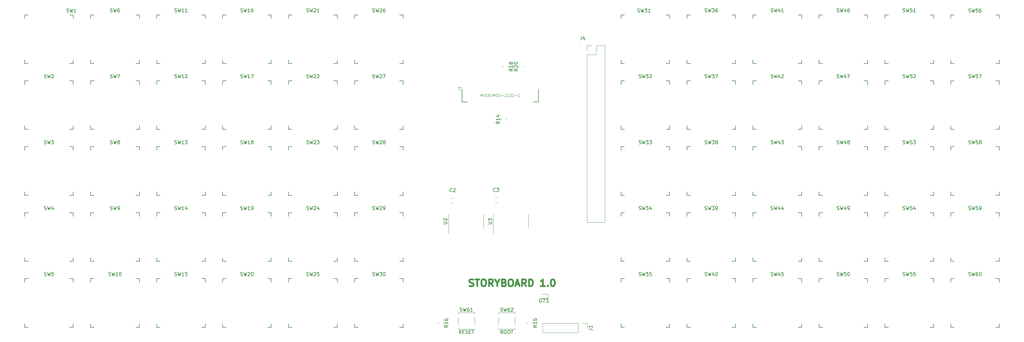
<source format=gbr>
%TF.GenerationSoftware,KiCad,Pcbnew,(6.0.10)*%
%TF.CreationDate,2023-07-28T11:59:27-04:00*%
%TF.ProjectId,storyboard,73746f72-7962-46f6-9172-642e6b696361,rev?*%
%TF.SameCoordinates,Original*%
%TF.FileFunction,Legend,Top*%
%TF.FilePolarity,Positive*%
%FSLAX46Y46*%
G04 Gerber Fmt 4.6, Leading zero omitted, Abs format (unit mm)*
G04 Created by KiCad (PCBNEW (6.0.10)) date 2023-07-28 11:59:27*
%MOMM*%
%LPD*%
G01*
G04 APERTURE LIST*
%ADD10C,0.500000*%
%ADD11C,0.150000*%
%ADD12C,0.050800*%
%ADD13C,0.120000*%
%ADD14C,0.152400*%
G04 APERTURE END LIST*
D10*
X191714285Y-122909523D02*
X192000000Y-123004761D01*
X192476190Y-123004761D01*
X192666666Y-122909523D01*
X192761904Y-122814285D01*
X192857142Y-122623809D01*
X192857142Y-122433333D01*
X192761904Y-122242857D01*
X192666666Y-122147619D01*
X192476190Y-122052380D01*
X192095238Y-121957142D01*
X191904761Y-121861904D01*
X191809523Y-121766666D01*
X191714285Y-121576190D01*
X191714285Y-121385714D01*
X191809523Y-121195238D01*
X191904761Y-121100000D01*
X192095238Y-121004761D01*
X192571428Y-121004761D01*
X192857142Y-121100000D01*
X193428571Y-121004761D02*
X194571428Y-121004761D01*
X194000000Y-123004761D02*
X194000000Y-121004761D01*
X195619047Y-121004761D02*
X196000000Y-121004761D01*
X196190476Y-121100000D01*
X196380952Y-121290476D01*
X196476190Y-121671428D01*
X196476190Y-122338095D01*
X196380952Y-122719047D01*
X196190476Y-122909523D01*
X196000000Y-123004761D01*
X195619047Y-123004761D01*
X195428571Y-122909523D01*
X195238095Y-122719047D01*
X195142857Y-122338095D01*
X195142857Y-121671428D01*
X195238095Y-121290476D01*
X195428571Y-121100000D01*
X195619047Y-121004761D01*
X198476190Y-123004761D02*
X197809523Y-122052380D01*
X197333333Y-123004761D02*
X197333333Y-121004761D01*
X198095238Y-121004761D01*
X198285714Y-121100000D01*
X198380952Y-121195238D01*
X198476190Y-121385714D01*
X198476190Y-121671428D01*
X198380952Y-121861904D01*
X198285714Y-121957142D01*
X198095238Y-122052380D01*
X197333333Y-122052380D01*
X199714285Y-122052380D02*
X199714285Y-123004761D01*
X199047619Y-121004761D02*
X199714285Y-122052380D01*
X200380952Y-121004761D01*
X201714285Y-121957142D02*
X202000000Y-122052380D01*
X202095238Y-122147619D01*
X202190476Y-122338095D01*
X202190476Y-122623809D01*
X202095238Y-122814285D01*
X202000000Y-122909523D01*
X201809523Y-123004761D01*
X201047619Y-123004761D01*
X201047619Y-121004761D01*
X201714285Y-121004761D01*
X201904761Y-121100000D01*
X202000000Y-121195238D01*
X202095238Y-121385714D01*
X202095238Y-121576190D01*
X202000000Y-121766666D01*
X201904761Y-121861904D01*
X201714285Y-121957142D01*
X201047619Y-121957142D01*
X203428571Y-121004761D02*
X203809523Y-121004761D01*
X204000000Y-121100000D01*
X204190476Y-121290476D01*
X204285714Y-121671428D01*
X204285714Y-122338095D01*
X204190476Y-122719047D01*
X204000000Y-122909523D01*
X203809523Y-123004761D01*
X203428571Y-123004761D01*
X203238095Y-122909523D01*
X203047619Y-122719047D01*
X202952380Y-122338095D01*
X202952380Y-121671428D01*
X203047619Y-121290476D01*
X203238095Y-121100000D01*
X203428571Y-121004761D01*
X205047619Y-122433333D02*
X206000000Y-122433333D01*
X204857142Y-123004761D02*
X205523809Y-121004761D01*
X206190476Y-123004761D01*
X208000000Y-123004761D02*
X207333333Y-122052380D01*
X206857142Y-123004761D02*
X206857142Y-121004761D01*
X207619047Y-121004761D01*
X207809523Y-121100000D01*
X207904761Y-121195238D01*
X208000000Y-121385714D01*
X208000000Y-121671428D01*
X207904761Y-121861904D01*
X207809523Y-121957142D01*
X207619047Y-122052380D01*
X206857142Y-122052380D01*
X208857142Y-123004761D02*
X208857142Y-121004761D01*
X209333333Y-121004761D01*
X209619047Y-121100000D01*
X209809523Y-121290476D01*
X209904761Y-121480952D01*
X210000000Y-121861904D01*
X210000000Y-122147619D01*
X209904761Y-122528571D01*
X209809523Y-122719047D01*
X209619047Y-122909523D01*
X209333333Y-123004761D01*
X208857142Y-123004761D01*
X213428571Y-123004761D02*
X212285714Y-123004761D01*
X212857142Y-123004761D02*
X212857142Y-121004761D01*
X212666666Y-121290476D01*
X212476190Y-121480952D01*
X212285714Y-121576190D01*
X214285714Y-122814285D02*
X214380952Y-122909523D01*
X214285714Y-123004761D01*
X214190476Y-122909523D01*
X214285714Y-122814285D01*
X214285714Y-123004761D01*
X215619047Y-121004761D02*
X215809523Y-121004761D01*
X216000000Y-121100000D01*
X216095238Y-121195238D01*
X216190476Y-121385714D01*
X216285714Y-121766666D01*
X216285714Y-122242857D01*
X216190476Y-122623809D01*
X216095238Y-122814285D01*
X216000000Y-122909523D01*
X215809523Y-123004761D01*
X215619047Y-123004761D01*
X215428571Y-122909523D01*
X215333333Y-122814285D01*
X215238095Y-122623809D01*
X215142857Y-122242857D01*
X215142857Y-121766666D01*
X215238095Y-121385714D01*
X215333333Y-121195238D01*
X215428571Y-121100000D01*
X215619047Y-121004761D01*
D11*
%TO.C,D73*%
X211885714Y-127652380D02*
X211885714Y-126652380D01*
X212123809Y-126652380D01*
X212266666Y-126700000D01*
X212361904Y-126795238D01*
X212409523Y-126890476D01*
X212457142Y-127080952D01*
X212457142Y-127223809D01*
X212409523Y-127414285D01*
X212361904Y-127509523D01*
X212266666Y-127604761D01*
X212123809Y-127652380D01*
X211885714Y-127652380D01*
X212790476Y-126652380D02*
X213457142Y-126652380D01*
X213028571Y-127652380D01*
X213742857Y-126652380D02*
X214361904Y-126652380D01*
X214028571Y-127033333D01*
X214171428Y-127033333D01*
X214266666Y-127080952D01*
X214314285Y-127128571D01*
X214361904Y-127223809D01*
X214361904Y-127461904D01*
X214314285Y-127557142D01*
X214266666Y-127604761D01*
X214171428Y-127652380D01*
X213885714Y-127652380D01*
X213790476Y-127604761D01*
X213742857Y-127557142D01*
%TO.C,SW2*%
X69316666Y-62949761D02*
X69459523Y-62997380D01*
X69697619Y-62997380D01*
X69792857Y-62949761D01*
X69840476Y-62902142D01*
X69888095Y-62806904D01*
X69888095Y-62711666D01*
X69840476Y-62616428D01*
X69792857Y-62568809D01*
X69697619Y-62521190D01*
X69507142Y-62473571D01*
X69411904Y-62425952D01*
X69364285Y-62378333D01*
X69316666Y-62283095D01*
X69316666Y-62187857D01*
X69364285Y-62092619D01*
X69411904Y-62045000D01*
X69507142Y-61997380D01*
X69745238Y-61997380D01*
X69888095Y-62045000D01*
X70221428Y-61997380D02*
X70459523Y-62997380D01*
X70650000Y-62283095D01*
X70840476Y-62997380D01*
X71078571Y-61997380D01*
X71411904Y-62092619D02*
X71459523Y-62045000D01*
X71554761Y-61997380D01*
X71792857Y-61997380D01*
X71888095Y-62045000D01*
X71935714Y-62092619D01*
X71983333Y-62187857D01*
X71983333Y-62283095D01*
X71935714Y-62425952D01*
X71364285Y-62997380D01*
X71983333Y-62997380D01*
%TO.C,SW22*%
X144840476Y-62949761D02*
X144983333Y-62997380D01*
X145221428Y-62997380D01*
X145316666Y-62949761D01*
X145364285Y-62902142D01*
X145411904Y-62806904D01*
X145411904Y-62711666D01*
X145364285Y-62616428D01*
X145316666Y-62568809D01*
X145221428Y-62521190D01*
X145030952Y-62473571D01*
X144935714Y-62425952D01*
X144888095Y-62378333D01*
X144840476Y-62283095D01*
X144840476Y-62187857D01*
X144888095Y-62092619D01*
X144935714Y-62045000D01*
X145030952Y-61997380D01*
X145269047Y-61997380D01*
X145411904Y-62045000D01*
X145745238Y-61997380D02*
X145983333Y-62997380D01*
X146173809Y-62283095D01*
X146364285Y-62997380D01*
X146602380Y-61997380D01*
X146935714Y-62092619D02*
X146983333Y-62045000D01*
X147078571Y-61997380D01*
X147316666Y-61997380D01*
X147411904Y-62045000D01*
X147459523Y-62092619D01*
X147507142Y-62187857D01*
X147507142Y-62283095D01*
X147459523Y-62425952D01*
X146888095Y-62997380D01*
X147507142Y-62997380D01*
X147888095Y-62092619D02*
X147935714Y-62045000D01*
X148030952Y-61997380D01*
X148269047Y-61997380D01*
X148364285Y-62045000D01*
X148411904Y-62092619D01*
X148459523Y-62187857D01*
X148459523Y-62283095D01*
X148411904Y-62425952D01*
X147840476Y-62997380D01*
X148459523Y-62997380D01*
%TO.C,SW1*%
X75766666Y-44004761D02*
X75909523Y-44052380D01*
X76147619Y-44052380D01*
X76242857Y-44004761D01*
X76290476Y-43957142D01*
X76338095Y-43861904D01*
X76338095Y-43766666D01*
X76290476Y-43671428D01*
X76242857Y-43623809D01*
X76147619Y-43576190D01*
X75957142Y-43528571D01*
X75861904Y-43480952D01*
X75814285Y-43433333D01*
X75766666Y-43338095D01*
X75766666Y-43242857D01*
X75814285Y-43147619D01*
X75861904Y-43100000D01*
X75957142Y-43052380D01*
X76195238Y-43052380D01*
X76338095Y-43100000D01*
X76671428Y-43052380D02*
X76909523Y-44052380D01*
X77100000Y-43338095D01*
X77290476Y-44052380D01*
X77528571Y-43052380D01*
X78433333Y-44052380D02*
X77861904Y-44052380D01*
X78147619Y-44052380D02*
X78147619Y-43052380D01*
X78052380Y-43195238D01*
X77957142Y-43290476D01*
X77861904Y-43338095D01*
%TO.C,SW31*%
X240140476Y-44004761D02*
X240283333Y-44052380D01*
X240521428Y-44052380D01*
X240616666Y-44004761D01*
X240664285Y-43957142D01*
X240711904Y-43861904D01*
X240711904Y-43766666D01*
X240664285Y-43671428D01*
X240616666Y-43623809D01*
X240521428Y-43576190D01*
X240330952Y-43528571D01*
X240235714Y-43480952D01*
X240188095Y-43433333D01*
X240140476Y-43338095D01*
X240140476Y-43242857D01*
X240188095Y-43147619D01*
X240235714Y-43100000D01*
X240330952Y-43052380D01*
X240569047Y-43052380D01*
X240711904Y-43100000D01*
X241045238Y-43052380D02*
X241283333Y-44052380D01*
X241473809Y-43338095D01*
X241664285Y-44052380D01*
X241902380Y-43052380D01*
X242188095Y-43052380D02*
X242807142Y-43052380D01*
X242473809Y-43433333D01*
X242616666Y-43433333D01*
X242711904Y-43480952D01*
X242759523Y-43528571D01*
X242807142Y-43623809D01*
X242807142Y-43861904D01*
X242759523Y-43957142D01*
X242711904Y-44004761D01*
X242616666Y-44052380D01*
X242330952Y-44052380D01*
X242235714Y-44004761D01*
X242188095Y-43957142D01*
X243759523Y-44052380D02*
X243188095Y-44052380D01*
X243473809Y-44052380D02*
X243473809Y-43052380D01*
X243378571Y-43195238D01*
X243283333Y-43290476D01*
X243188095Y-43338095D01*
%TO.C,J4*%
X223948666Y-51014380D02*
X223948666Y-51728666D01*
X223901047Y-51871523D01*
X223805809Y-51966761D01*
X223662952Y-52014380D01*
X223567714Y-52014380D01*
X224853428Y-51347714D02*
X224853428Y-52014380D01*
X224615333Y-50966761D02*
X224377238Y-51681047D01*
X224996285Y-51681047D01*
D12*
%TO.C,J3*%
X188482714Y-66354000D02*
X189027000Y-66354000D01*
X189135857Y-66390285D01*
X189208428Y-66462857D01*
X189244714Y-66571714D01*
X189244714Y-66644285D01*
X188482714Y-66063714D02*
X188482714Y-65592000D01*
X188773000Y-65846000D01*
X188773000Y-65737142D01*
X188809285Y-65664571D01*
X188845571Y-65628285D01*
X188918142Y-65592000D01*
X189099571Y-65592000D01*
X189172142Y-65628285D01*
X189208428Y-65664571D01*
X189244714Y-65737142D01*
X189244714Y-65954857D01*
X189208428Y-66027428D01*
X189172142Y-66063714D01*
X195012000Y-68364519D02*
X195012000Y-67602519D01*
X195266000Y-68146805D01*
X195520000Y-67602519D01*
X195520000Y-68364519D01*
X195882857Y-68364519D02*
X195882857Y-67602519D01*
X196681142Y-68291947D02*
X196644857Y-68328233D01*
X196536000Y-68364519D01*
X196463428Y-68364519D01*
X196354571Y-68328233D01*
X196282000Y-68255662D01*
X196245714Y-68183090D01*
X196209428Y-68037947D01*
X196209428Y-67929090D01*
X196245714Y-67783947D01*
X196282000Y-67711376D01*
X196354571Y-67638805D01*
X196463428Y-67602519D01*
X196536000Y-67602519D01*
X196644857Y-67638805D01*
X196681142Y-67675090D01*
X197443142Y-68364519D02*
X197189142Y-68001662D01*
X197007714Y-68364519D02*
X197007714Y-67602519D01*
X197298000Y-67602519D01*
X197370571Y-67638805D01*
X197406857Y-67675090D01*
X197443142Y-67747662D01*
X197443142Y-67856519D01*
X197406857Y-67929090D01*
X197370571Y-67965376D01*
X197298000Y-68001662D01*
X197007714Y-68001662D01*
X197914857Y-67602519D02*
X198060000Y-67602519D01*
X198132571Y-67638805D01*
X198205142Y-67711376D01*
X198241428Y-67856519D01*
X198241428Y-68110519D01*
X198205142Y-68255662D01*
X198132571Y-68328233D01*
X198060000Y-68364519D01*
X197914857Y-68364519D01*
X197842285Y-68328233D01*
X197769714Y-68255662D01*
X197733428Y-68110519D01*
X197733428Y-67856519D01*
X197769714Y-67711376D01*
X197842285Y-67638805D01*
X197914857Y-67602519D01*
X198568000Y-68364519D02*
X198568000Y-67602519D01*
X198822000Y-68146805D01*
X199076000Y-67602519D01*
X199076000Y-68364519D01*
X199584000Y-67602519D02*
X199729142Y-67602519D01*
X199801714Y-67638805D01*
X199874285Y-67711376D01*
X199910571Y-67856519D01*
X199910571Y-68110519D01*
X199874285Y-68255662D01*
X199801714Y-68328233D01*
X199729142Y-68364519D01*
X199584000Y-68364519D01*
X199511428Y-68328233D01*
X199438857Y-68255662D01*
X199402571Y-68110519D01*
X199402571Y-67856519D01*
X199438857Y-67711376D01*
X199511428Y-67638805D01*
X199584000Y-67602519D01*
X200237142Y-68364519D02*
X200237142Y-67602519D01*
X200418571Y-67602519D01*
X200527428Y-67638805D01*
X200600000Y-67711376D01*
X200636285Y-67783947D01*
X200672571Y-67929090D01*
X200672571Y-68037947D01*
X200636285Y-68183090D01*
X200600000Y-68255662D01*
X200527428Y-68328233D01*
X200418571Y-68364519D01*
X200237142Y-68364519D01*
X200999142Y-68074233D02*
X201579714Y-68074233D01*
X201906285Y-67675090D02*
X201942571Y-67638805D01*
X202015142Y-67602519D01*
X202196571Y-67602519D01*
X202269142Y-67638805D01*
X202305428Y-67675090D01*
X202341714Y-67747662D01*
X202341714Y-67820233D01*
X202305428Y-67929090D01*
X201870000Y-68364519D01*
X202341714Y-68364519D01*
X202632000Y-67675090D02*
X202668285Y-67638805D01*
X202740857Y-67602519D01*
X202922285Y-67602519D01*
X202994857Y-67638805D01*
X203031142Y-67675090D01*
X203067428Y-67747662D01*
X203067428Y-67820233D01*
X203031142Y-67929090D01*
X202595714Y-68364519D01*
X203067428Y-68364519D01*
X203357714Y-67675090D02*
X203394000Y-67638805D01*
X203466571Y-67602519D01*
X203648000Y-67602519D01*
X203720571Y-67638805D01*
X203756857Y-67675090D01*
X203793142Y-67747662D01*
X203793142Y-67820233D01*
X203756857Y-67929090D01*
X203321428Y-68364519D01*
X203793142Y-68364519D01*
X204083428Y-67675090D02*
X204119714Y-67638805D01*
X204192285Y-67602519D01*
X204373714Y-67602519D01*
X204446285Y-67638805D01*
X204482571Y-67675090D01*
X204518857Y-67747662D01*
X204518857Y-67820233D01*
X204482571Y-67929090D01*
X204047142Y-68364519D01*
X204518857Y-68364519D01*
X204845428Y-68074233D02*
X205426000Y-68074233D01*
X206224285Y-68291947D02*
X206188000Y-68328233D01*
X206079142Y-68364519D01*
X206006571Y-68364519D01*
X205897714Y-68328233D01*
X205825142Y-68255662D01*
X205788857Y-68183090D01*
X205752571Y-68037947D01*
X205752571Y-67929090D01*
X205788857Y-67783947D01*
X205825142Y-67711376D01*
X205897714Y-67638805D01*
X206006571Y-67602519D01*
X206079142Y-67602519D01*
X206188000Y-67638805D01*
X206224285Y-67675090D01*
D11*
%TO.C,SW30*%
X163840476Y-119949761D02*
X163983333Y-119997380D01*
X164221428Y-119997380D01*
X164316666Y-119949761D01*
X164364285Y-119902142D01*
X164411904Y-119806904D01*
X164411904Y-119711666D01*
X164364285Y-119616428D01*
X164316666Y-119568809D01*
X164221428Y-119521190D01*
X164030952Y-119473571D01*
X163935714Y-119425952D01*
X163888095Y-119378333D01*
X163840476Y-119283095D01*
X163840476Y-119187857D01*
X163888095Y-119092619D01*
X163935714Y-119045000D01*
X164030952Y-118997380D01*
X164269047Y-118997380D01*
X164411904Y-119045000D01*
X164745238Y-118997380D02*
X164983333Y-119997380D01*
X165173809Y-119283095D01*
X165364285Y-119997380D01*
X165602380Y-118997380D01*
X165888095Y-118997380D02*
X166507142Y-118997380D01*
X166173809Y-119378333D01*
X166316666Y-119378333D01*
X166411904Y-119425952D01*
X166459523Y-119473571D01*
X166507142Y-119568809D01*
X166507142Y-119806904D01*
X166459523Y-119902142D01*
X166411904Y-119949761D01*
X166316666Y-119997380D01*
X166030952Y-119997380D01*
X165935714Y-119949761D01*
X165888095Y-119902142D01*
X167126190Y-118997380D02*
X167221428Y-118997380D01*
X167316666Y-119045000D01*
X167364285Y-119092619D01*
X167411904Y-119187857D01*
X167459523Y-119378333D01*
X167459523Y-119616428D01*
X167411904Y-119806904D01*
X167364285Y-119902142D01*
X167316666Y-119949761D01*
X167221428Y-119997380D01*
X167126190Y-119997380D01*
X167030952Y-119949761D01*
X166983333Y-119902142D01*
X166935714Y-119806904D01*
X166888095Y-119616428D01*
X166888095Y-119378333D01*
X166935714Y-119187857D01*
X166983333Y-119092619D01*
X167030952Y-119045000D01*
X167126190Y-118997380D01*
%TO.C,SW60*%
X335440476Y-119949761D02*
X335583333Y-119997380D01*
X335821428Y-119997380D01*
X335916666Y-119949761D01*
X335964285Y-119902142D01*
X336011904Y-119806904D01*
X336011904Y-119711666D01*
X335964285Y-119616428D01*
X335916666Y-119568809D01*
X335821428Y-119521190D01*
X335630952Y-119473571D01*
X335535714Y-119425952D01*
X335488095Y-119378333D01*
X335440476Y-119283095D01*
X335440476Y-119187857D01*
X335488095Y-119092619D01*
X335535714Y-119045000D01*
X335630952Y-118997380D01*
X335869047Y-118997380D01*
X336011904Y-119045000D01*
X336345238Y-118997380D02*
X336583333Y-119997380D01*
X336773809Y-119283095D01*
X336964285Y-119997380D01*
X337202380Y-118997380D01*
X338011904Y-118997380D02*
X337821428Y-118997380D01*
X337726190Y-119045000D01*
X337678571Y-119092619D01*
X337583333Y-119235476D01*
X337535714Y-119425952D01*
X337535714Y-119806904D01*
X337583333Y-119902142D01*
X337630952Y-119949761D01*
X337726190Y-119997380D01*
X337916666Y-119997380D01*
X338011904Y-119949761D01*
X338059523Y-119902142D01*
X338107142Y-119806904D01*
X338107142Y-119568809D01*
X338059523Y-119473571D01*
X338011904Y-119425952D01*
X337916666Y-119378333D01*
X337726190Y-119378333D01*
X337630952Y-119425952D01*
X337583333Y-119473571D01*
X337535714Y-119568809D01*
X338726190Y-118997380D02*
X338821428Y-118997380D01*
X338916666Y-119045000D01*
X338964285Y-119092619D01*
X339011904Y-119187857D01*
X339059523Y-119378333D01*
X339059523Y-119616428D01*
X339011904Y-119806904D01*
X338964285Y-119902142D01*
X338916666Y-119949761D01*
X338821428Y-119997380D01*
X338726190Y-119997380D01*
X338630952Y-119949761D01*
X338583333Y-119902142D01*
X338535714Y-119806904D01*
X338488095Y-119616428D01*
X338488095Y-119378333D01*
X338535714Y-119187857D01*
X338583333Y-119092619D01*
X338630952Y-119045000D01*
X338726190Y-118997380D01*
%TO.C,SW24*%
X144840476Y-100949761D02*
X144983333Y-100997380D01*
X145221428Y-100997380D01*
X145316666Y-100949761D01*
X145364285Y-100902142D01*
X145411904Y-100806904D01*
X145411904Y-100711666D01*
X145364285Y-100616428D01*
X145316666Y-100568809D01*
X145221428Y-100521190D01*
X145030952Y-100473571D01*
X144935714Y-100425952D01*
X144888095Y-100378333D01*
X144840476Y-100283095D01*
X144840476Y-100187857D01*
X144888095Y-100092619D01*
X144935714Y-100045000D01*
X145030952Y-99997380D01*
X145269047Y-99997380D01*
X145411904Y-100045000D01*
X145745238Y-99997380D02*
X145983333Y-100997380D01*
X146173809Y-100283095D01*
X146364285Y-100997380D01*
X146602380Y-99997380D01*
X146935714Y-100092619D02*
X146983333Y-100045000D01*
X147078571Y-99997380D01*
X147316666Y-99997380D01*
X147411904Y-100045000D01*
X147459523Y-100092619D01*
X147507142Y-100187857D01*
X147507142Y-100283095D01*
X147459523Y-100425952D01*
X146888095Y-100997380D01*
X147507142Y-100997380D01*
X148364285Y-100330714D02*
X148364285Y-100997380D01*
X148126190Y-99949761D02*
X147888095Y-100664047D01*
X148507142Y-100664047D01*
%TO.C,SW27*%
X163840476Y-62949761D02*
X163983333Y-62997380D01*
X164221428Y-62997380D01*
X164316666Y-62949761D01*
X164364285Y-62902142D01*
X164411904Y-62806904D01*
X164411904Y-62711666D01*
X164364285Y-62616428D01*
X164316666Y-62568809D01*
X164221428Y-62521190D01*
X164030952Y-62473571D01*
X163935714Y-62425952D01*
X163888095Y-62378333D01*
X163840476Y-62283095D01*
X163840476Y-62187857D01*
X163888095Y-62092619D01*
X163935714Y-62045000D01*
X164030952Y-61997380D01*
X164269047Y-61997380D01*
X164411904Y-62045000D01*
X164745238Y-61997380D02*
X164983333Y-62997380D01*
X165173809Y-62283095D01*
X165364285Y-62997380D01*
X165602380Y-61997380D01*
X165935714Y-62092619D02*
X165983333Y-62045000D01*
X166078571Y-61997380D01*
X166316666Y-61997380D01*
X166411904Y-62045000D01*
X166459523Y-62092619D01*
X166507142Y-62187857D01*
X166507142Y-62283095D01*
X166459523Y-62425952D01*
X165888095Y-62997380D01*
X166507142Y-62997380D01*
X166840476Y-61997380D02*
X167507142Y-61997380D01*
X167078571Y-62997380D01*
%TO.C,SW42*%
X278520476Y-62949761D02*
X278663333Y-62997380D01*
X278901428Y-62997380D01*
X278996666Y-62949761D01*
X279044285Y-62902142D01*
X279091904Y-62806904D01*
X279091904Y-62711666D01*
X279044285Y-62616428D01*
X278996666Y-62568809D01*
X278901428Y-62521190D01*
X278710952Y-62473571D01*
X278615714Y-62425952D01*
X278568095Y-62378333D01*
X278520476Y-62283095D01*
X278520476Y-62187857D01*
X278568095Y-62092619D01*
X278615714Y-62045000D01*
X278710952Y-61997380D01*
X278949047Y-61997380D01*
X279091904Y-62045000D01*
X279425238Y-61997380D02*
X279663333Y-62997380D01*
X279853809Y-62283095D01*
X280044285Y-62997380D01*
X280282380Y-61997380D01*
X281091904Y-62330714D02*
X281091904Y-62997380D01*
X280853809Y-61949761D02*
X280615714Y-62664047D01*
X281234761Y-62664047D01*
X281568095Y-62092619D02*
X281615714Y-62045000D01*
X281710952Y-61997380D01*
X281949047Y-61997380D01*
X282044285Y-62045000D01*
X282091904Y-62092619D01*
X282139523Y-62187857D01*
X282139523Y-62283095D01*
X282091904Y-62425952D01*
X281520476Y-62997380D01*
X282139523Y-62997380D01*
%TO.C,SW10*%
X87840476Y-119949761D02*
X87983333Y-119997380D01*
X88221428Y-119997380D01*
X88316666Y-119949761D01*
X88364285Y-119902142D01*
X88411904Y-119806904D01*
X88411904Y-119711666D01*
X88364285Y-119616428D01*
X88316666Y-119568809D01*
X88221428Y-119521190D01*
X88030952Y-119473571D01*
X87935714Y-119425952D01*
X87888095Y-119378333D01*
X87840476Y-119283095D01*
X87840476Y-119187857D01*
X87888095Y-119092619D01*
X87935714Y-119045000D01*
X88030952Y-118997380D01*
X88269047Y-118997380D01*
X88411904Y-119045000D01*
X88745238Y-118997380D02*
X88983333Y-119997380D01*
X89173809Y-119283095D01*
X89364285Y-119997380D01*
X89602380Y-118997380D01*
X90507142Y-119997380D02*
X89935714Y-119997380D01*
X90221428Y-119997380D02*
X90221428Y-118997380D01*
X90126190Y-119140238D01*
X90030952Y-119235476D01*
X89935714Y-119283095D01*
X91126190Y-118997380D02*
X91221428Y-118997380D01*
X91316666Y-119045000D01*
X91364285Y-119092619D01*
X91411904Y-119187857D01*
X91459523Y-119378333D01*
X91459523Y-119616428D01*
X91411904Y-119806904D01*
X91364285Y-119902142D01*
X91316666Y-119949761D01*
X91221428Y-119997380D01*
X91126190Y-119997380D01*
X91030952Y-119949761D01*
X90983333Y-119902142D01*
X90935714Y-119806904D01*
X90888095Y-119616428D01*
X90888095Y-119378333D01*
X90935714Y-119187857D01*
X90983333Y-119092619D01*
X91030952Y-119045000D01*
X91126190Y-118997380D01*
%TO.C,SW57*%
X335440476Y-62949761D02*
X335583333Y-62997380D01*
X335821428Y-62997380D01*
X335916666Y-62949761D01*
X335964285Y-62902142D01*
X336011904Y-62806904D01*
X336011904Y-62711666D01*
X335964285Y-62616428D01*
X335916666Y-62568809D01*
X335821428Y-62521190D01*
X335630952Y-62473571D01*
X335535714Y-62425952D01*
X335488095Y-62378333D01*
X335440476Y-62283095D01*
X335440476Y-62187857D01*
X335488095Y-62092619D01*
X335535714Y-62045000D01*
X335630952Y-61997380D01*
X335869047Y-61997380D01*
X336011904Y-62045000D01*
X336345238Y-61997380D02*
X336583333Y-62997380D01*
X336773809Y-62283095D01*
X336964285Y-62997380D01*
X337202380Y-61997380D01*
X338059523Y-61997380D02*
X337583333Y-61997380D01*
X337535714Y-62473571D01*
X337583333Y-62425952D01*
X337678571Y-62378333D01*
X337916666Y-62378333D01*
X338011904Y-62425952D01*
X338059523Y-62473571D01*
X338107142Y-62568809D01*
X338107142Y-62806904D01*
X338059523Y-62902142D01*
X338011904Y-62949761D01*
X337916666Y-62997380D01*
X337678571Y-62997380D01*
X337583333Y-62949761D01*
X337535714Y-62902142D01*
X338440476Y-61997380D02*
X339107142Y-61997380D01*
X338678571Y-62997380D01*
%TO.C,SW29*%
X163840476Y-100949761D02*
X163983333Y-100997380D01*
X164221428Y-100997380D01*
X164316666Y-100949761D01*
X164364285Y-100902142D01*
X164411904Y-100806904D01*
X164411904Y-100711666D01*
X164364285Y-100616428D01*
X164316666Y-100568809D01*
X164221428Y-100521190D01*
X164030952Y-100473571D01*
X163935714Y-100425952D01*
X163888095Y-100378333D01*
X163840476Y-100283095D01*
X163840476Y-100187857D01*
X163888095Y-100092619D01*
X163935714Y-100045000D01*
X164030952Y-99997380D01*
X164269047Y-99997380D01*
X164411904Y-100045000D01*
X164745238Y-99997380D02*
X164983333Y-100997380D01*
X165173809Y-100283095D01*
X165364285Y-100997380D01*
X165602380Y-99997380D01*
X165935714Y-100092619D02*
X165983333Y-100045000D01*
X166078571Y-99997380D01*
X166316666Y-99997380D01*
X166411904Y-100045000D01*
X166459523Y-100092619D01*
X166507142Y-100187857D01*
X166507142Y-100283095D01*
X166459523Y-100425952D01*
X165888095Y-100997380D01*
X166507142Y-100997380D01*
X166983333Y-100997380D02*
X167173809Y-100997380D01*
X167269047Y-100949761D01*
X167316666Y-100902142D01*
X167411904Y-100759285D01*
X167459523Y-100568809D01*
X167459523Y-100187857D01*
X167411904Y-100092619D01*
X167364285Y-100045000D01*
X167269047Y-99997380D01*
X167078571Y-99997380D01*
X166983333Y-100045000D01*
X166935714Y-100092619D01*
X166888095Y-100187857D01*
X166888095Y-100425952D01*
X166935714Y-100521190D01*
X166983333Y-100568809D01*
X167078571Y-100616428D01*
X167269047Y-100616428D01*
X167364285Y-100568809D01*
X167411904Y-100521190D01*
X167459523Y-100425952D01*
%TO.C,SW7*%
X88316666Y-62949761D02*
X88459523Y-62997380D01*
X88697619Y-62997380D01*
X88792857Y-62949761D01*
X88840476Y-62902142D01*
X88888095Y-62806904D01*
X88888095Y-62711666D01*
X88840476Y-62616428D01*
X88792857Y-62568809D01*
X88697619Y-62521190D01*
X88507142Y-62473571D01*
X88411904Y-62425952D01*
X88364285Y-62378333D01*
X88316666Y-62283095D01*
X88316666Y-62187857D01*
X88364285Y-62092619D01*
X88411904Y-62045000D01*
X88507142Y-61997380D01*
X88745238Y-61997380D01*
X88888095Y-62045000D01*
X89221428Y-61997380D02*
X89459523Y-62997380D01*
X89650000Y-62283095D01*
X89840476Y-62997380D01*
X90078571Y-61997380D01*
X90364285Y-61997380D02*
X91030952Y-61997380D01*
X90602380Y-62997380D01*
%TO.C,SW20*%
X125840476Y-119949761D02*
X125983333Y-119997380D01*
X126221428Y-119997380D01*
X126316666Y-119949761D01*
X126364285Y-119902142D01*
X126411904Y-119806904D01*
X126411904Y-119711666D01*
X126364285Y-119616428D01*
X126316666Y-119568809D01*
X126221428Y-119521190D01*
X126030952Y-119473571D01*
X125935714Y-119425952D01*
X125888095Y-119378333D01*
X125840476Y-119283095D01*
X125840476Y-119187857D01*
X125888095Y-119092619D01*
X125935714Y-119045000D01*
X126030952Y-118997380D01*
X126269047Y-118997380D01*
X126411904Y-119045000D01*
X126745238Y-118997380D02*
X126983333Y-119997380D01*
X127173809Y-119283095D01*
X127364285Y-119997380D01*
X127602380Y-118997380D01*
X127935714Y-119092619D02*
X127983333Y-119045000D01*
X128078571Y-118997380D01*
X128316666Y-118997380D01*
X128411904Y-119045000D01*
X128459523Y-119092619D01*
X128507142Y-119187857D01*
X128507142Y-119283095D01*
X128459523Y-119425952D01*
X127888095Y-119997380D01*
X128507142Y-119997380D01*
X129126190Y-118997380D02*
X129221428Y-118997380D01*
X129316666Y-119045000D01*
X129364285Y-119092619D01*
X129411904Y-119187857D01*
X129459523Y-119378333D01*
X129459523Y-119616428D01*
X129411904Y-119806904D01*
X129364285Y-119902142D01*
X129316666Y-119949761D01*
X129221428Y-119997380D01*
X129126190Y-119997380D01*
X129030952Y-119949761D01*
X128983333Y-119902142D01*
X128935714Y-119806904D01*
X128888095Y-119616428D01*
X128888095Y-119378333D01*
X128935714Y-119187857D01*
X128983333Y-119092619D01*
X129030952Y-119045000D01*
X129126190Y-118997380D01*
%TO.C,SW49*%
X297520476Y-100949761D02*
X297663333Y-100997380D01*
X297901428Y-100997380D01*
X297996666Y-100949761D01*
X298044285Y-100902142D01*
X298091904Y-100806904D01*
X298091904Y-100711666D01*
X298044285Y-100616428D01*
X297996666Y-100568809D01*
X297901428Y-100521190D01*
X297710952Y-100473571D01*
X297615714Y-100425952D01*
X297568095Y-100378333D01*
X297520476Y-100283095D01*
X297520476Y-100187857D01*
X297568095Y-100092619D01*
X297615714Y-100045000D01*
X297710952Y-99997380D01*
X297949047Y-99997380D01*
X298091904Y-100045000D01*
X298425238Y-99997380D02*
X298663333Y-100997380D01*
X298853809Y-100283095D01*
X299044285Y-100997380D01*
X299282380Y-99997380D01*
X300091904Y-100330714D02*
X300091904Y-100997380D01*
X299853809Y-99949761D02*
X299615714Y-100664047D01*
X300234761Y-100664047D01*
X300663333Y-100997380D02*
X300853809Y-100997380D01*
X300949047Y-100949761D01*
X300996666Y-100902142D01*
X301091904Y-100759285D01*
X301139523Y-100568809D01*
X301139523Y-100187857D01*
X301091904Y-100092619D01*
X301044285Y-100045000D01*
X300949047Y-99997380D01*
X300758571Y-99997380D01*
X300663333Y-100045000D01*
X300615714Y-100092619D01*
X300568095Y-100187857D01*
X300568095Y-100425952D01*
X300615714Y-100521190D01*
X300663333Y-100568809D01*
X300758571Y-100616428D01*
X300949047Y-100616428D01*
X301044285Y-100568809D01*
X301091904Y-100521190D01*
X301139523Y-100425952D01*
%TO.C,SW39*%
X259520476Y-100949761D02*
X259663333Y-100997380D01*
X259901428Y-100997380D01*
X259996666Y-100949761D01*
X260044285Y-100902142D01*
X260091904Y-100806904D01*
X260091904Y-100711666D01*
X260044285Y-100616428D01*
X259996666Y-100568809D01*
X259901428Y-100521190D01*
X259710952Y-100473571D01*
X259615714Y-100425952D01*
X259568095Y-100378333D01*
X259520476Y-100283095D01*
X259520476Y-100187857D01*
X259568095Y-100092619D01*
X259615714Y-100045000D01*
X259710952Y-99997380D01*
X259949047Y-99997380D01*
X260091904Y-100045000D01*
X260425238Y-99997380D02*
X260663333Y-100997380D01*
X260853809Y-100283095D01*
X261044285Y-100997380D01*
X261282380Y-99997380D01*
X261568095Y-99997380D02*
X262187142Y-99997380D01*
X261853809Y-100378333D01*
X261996666Y-100378333D01*
X262091904Y-100425952D01*
X262139523Y-100473571D01*
X262187142Y-100568809D01*
X262187142Y-100806904D01*
X262139523Y-100902142D01*
X262091904Y-100949761D01*
X261996666Y-100997380D01*
X261710952Y-100997380D01*
X261615714Y-100949761D01*
X261568095Y-100902142D01*
X262663333Y-100997380D02*
X262853809Y-100997380D01*
X262949047Y-100949761D01*
X262996666Y-100902142D01*
X263091904Y-100759285D01*
X263139523Y-100568809D01*
X263139523Y-100187857D01*
X263091904Y-100092619D01*
X263044285Y-100045000D01*
X262949047Y-99997380D01*
X262758571Y-99997380D01*
X262663333Y-100045000D01*
X262615714Y-100092619D01*
X262568095Y-100187857D01*
X262568095Y-100425952D01*
X262615714Y-100521190D01*
X262663333Y-100568809D01*
X262758571Y-100616428D01*
X262949047Y-100616428D01*
X263044285Y-100568809D01*
X263091904Y-100521190D01*
X263139523Y-100425952D01*
%TO.C,SW5*%
X69316666Y-119949761D02*
X69459523Y-119997380D01*
X69697619Y-119997380D01*
X69792857Y-119949761D01*
X69840476Y-119902142D01*
X69888095Y-119806904D01*
X69888095Y-119711666D01*
X69840476Y-119616428D01*
X69792857Y-119568809D01*
X69697619Y-119521190D01*
X69507142Y-119473571D01*
X69411904Y-119425952D01*
X69364285Y-119378333D01*
X69316666Y-119283095D01*
X69316666Y-119187857D01*
X69364285Y-119092619D01*
X69411904Y-119045000D01*
X69507142Y-118997380D01*
X69745238Y-118997380D01*
X69888095Y-119045000D01*
X70221428Y-118997380D02*
X70459523Y-119997380D01*
X70650000Y-119283095D01*
X70840476Y-119997380D01*
X71078571Y-118997380D01*
X71935714Y-118997380D02*
X71459523Y-118997380D01*
X71411904Y-119473571D01*
X71459523Y-119425952D01*
X71554761Y-119378333D01*
X71792857Y-119378333D01*
X71888095Y-119425952D01*
X71935714Y-119473571D01*
X71983333Y-119568809D01*
X71983333Y-119806904D01*
X71935714Y-119902142D01*
X71888095Y-119949761D01*
X71792857Y-119997380D01*
X71554761Y-119997380D01*
X71459523Y-119949761D01*
X71411904Y-119902142D01*
%TO.C,SW32*%
X240520476Y-62949761D02*
X240663333Y-62997380D01*
X240901428Y-62997380D01*
X240996666Y-62949761D01*
X241044285Y-62902142D01*
X241091904Y-62806904D01*
X241091904Y-62711666D01*
X241044285Y-62616428D01*
X240996666Y-62568809D01*
X240901428Y-62521190D01*
X240710952Y-62473571D01*
X240615714Y-62425952D01*
X240568095Y-62378333D01*
X240520476Y-62283095D01*
X240520476Y-62187857D01*
X240568095Y-62092619D01*
X240615714Y-62045000D01*
X240710952Y-61997380D01*
X240949047Y-61997380D01*
X241091904Y-62045000D01*
X241425238Y-61997380D02*
X241663333Y-62997380D01*
X241853809Y-62283095D01*
X242044285Y-62997380D01*
X242282380Y-61997380D01*
X242568095Y-61997380D02*
X243187142Y-61997380D01*
X242853809Y-62378333D01*
X242996666Y-62378333D01*
X243091904Y-62425952D01*
X243139523Y-62473571D01*
X243187142Y-62568809D01*
X243187142Y-62806904D01*
X243139523Y-62902142D01*
X243091904Y-62949761D01*
X242996666Y-62997380D01*
X242710952Y-62997380D01*
X242615714Y-62949761D01*
X242568095Y-62902142D01*
X243568095Y-62092619D02*
X243615714Y-62045000D01*
X243710952Y-61997380D01*
X243949047Y-61997380D01*
X244044285Y-62045000D01*
X244091904Y-62092619D01*
X244139523Y-62187857D01*
X244139523Y-62283095D01*
X244091904Y-62425952D01*
X243520476Y-62997380D01*
X244139523Y-62997380D01*
%TO.C,J1*%
X226057380Y-135333333D02*
X226771666Y-135333333D01*
X226914523Y-135380952D01*
X227009761Y-135476190D01*
X227057380Y-135619047D01*
X227057380Y-135714285D01*
X227057380Y-134333333D02*
X227057380Y-134904761D01*
X227057380Y-134619047D02*
X226057380Y-134619047D01*
X226200238Y-134714285D01*
X226295476Y-134809523D01*
X226343095Y-134904761D01*
%TO.C,SW48*%
X297520476Y-81949761D02*
X297663333Y-81997380D01*
X297901428Y-81997380D01*
X297996666Y-81949761D01*
X298044285Y-81902142D01*
X298091904Y-81806904D01*
X298091904Y-81711666D01*
X298044285Y-81616428D01*
X297996666Y-81568809D01*
X297901428Y-81521190D01*
X297710952Y-81473571D01*
X297615714Y-81425952D01*
X297568095Y-81378333D01*
X297520476Y-81283095D01*
X297520476Y-81187857D01*
X297568095Y-81092619D01*
X297615714Y-81045000D01*
X297710952Y-80997380D01*
X297949047Y-80997380D01*
X298091904Y-81045000D01*
X298425238Y-80997380D02*
X298663333Y-81997380D01*
X298853809Y-81283095D01*
X299044285Y-81997380D01*
X299282380Y-80997380D01*
X300091904Y-81330714D02*
X300091904Y-81997380D01*
X299853809Y-80949761D02*
X299615714Y-81664047D01*
X300234761Y-81664047D01*
X300758571Y-81425952D02*
X300663333Y-81378333D01*
X300615714Y-81330714D01*
X300568095Y-81235476D01*
X300568095Y-81187857D01*
X300615714Y-81092619D01*
X300663333Y-81045000D01*
X300758571Y-80997380D01*
X300949047Y-80997380D01*
X301044285Y-81045000D01*
X301091904Y-81092619D01*
X301139523Y-81187857D01*
X301139523Y-81235476D01*
X301091904Y-81330714D01*
X301044285Y-81378333D01*
X300949047Y-81425952D01*
X300758571Y-81425952D01*
X300663333Y-81473571D01*
X300615714Y-81521190D01*
X300568095Y-81616428D01*
X300568095Y-81806904D01*
X300615714Y-81902142D01*
X300663333Y-81949761D01*
X300758571Y-81997380D01*
X300949047Y-81997380D01*
X301044285Y-81949761D01*
X301091904Y-81902142D01*
X301139523Y-81806904D01*
X301139523Y-81616428D01*
X301091904Y-81521190D01*
X301044285Y-81473571D01*
X300949047Y-81425952D01*
%TO.C,SW21*%
X144840476Y-43949761D02*
X144983333Y-43997380D01*
X145221428Y-43997380D01*
X145316666Y-43949761D01*
X145364285Y-43902142D01*
X145411904Y-43806904D01*
X145411904Y-43711666D01*
X145364285Y-43616428D01*
X145316666Y-43568809D01*
X145221428Y-43521190D01*
X145030952Y-43473571D01*
X144935714Y-43425952D01*
X144888095Y-43378333D01*
X144840476Y-43283095D01*
X144840476Y-43187857D01*
X144888095Y-43092619D01*
X144935714Y-43045000D01*
X145030952Y-42997380D01*
X145269047Y-42997380D01*
X145411904Y-43045000D01*
X145745238Y-42997380D02*
X145983333Y-43997380D01*
X146173809Y-43283095D01*
X146364285Y-43997380D01*
X146602380Y-42997380D01*
X146935714Y-43092619D02*
X146983333Y-43045000D01*
X147078571Y-42997380D01*
X147316666Y-42997380D01*
X147411904Y-43045000D01*
X147459523Y-43092619D01*
X147507142Y-43187857D01*
X147507142Y-43283095D01*
X147459523Y-43425952D01*
X146888095Y-43997380D01*
X147507142Y-43997380D01*
X148459523Y-43997380D02*
X147888095Y-43997380D01*
X148173809Y-43997380D02*
X148173809Y-42997380D01*
X148078571Y-43140238D01*
X147983333Y-43235476D01*
X147888095Y-43283095D01*
%TO.C,SW6*%
X88316666Y-43949761D02*
X88459523Y-43997380D01*
X88697619Y-43997380D01*
X88792857Y-43949761D01*
X88840476Y-43902142D01*
X88888095Y-43806904D01*
X88888095Y-43711666D01*
X88840476Y-43616428D01*
X88792857Y-43568809D01*
X88697619Y-43521190D01*
X88507142Y-43473571D01*
X88411904Y-43425952D01*
X88364285Y-43378333D01*
X88316666Y-43283095D01*
X88316666Y-43187857D01*
X88364285Y-43092619D01*
X88411904Y-43045000D01*
X88507142Y-42997380D01*
X88745238Y-42997380D01*
X88888095Y-43045000D01*
X89221428Y-42997380D02*
X89459523Y-43997380D01*
X89650000Y-43283095D01*
X89840476Y-43997380D01*
X90078571Y-42997380D01*
X90888095Y-42997380D02*
X90697619Y-42997380D01*
X90602380Y-43045000D01*
X90554761Y-43092619D01*
X90459523Y-43235476D01*
X90411904Y-43425952D01*
X90411904Y-43806904D01*
X90459523Y-43902142D01*
X90507142Y-43949761D01*
X90602380Y-43997380D01*
X90792857Y-43997380D01*
X90888095Y-43949761D01*
X90935714Y-43902142D01*
X90983333Y-43806904D01*
X90983333Y-43568809D01*
X90935714Y-43473571D01*
X90888095Y-43425952D01*
X90792857Y-43378333D01*
X90602380Y-43378333D01*
X90507142Y-43425952D01*
X90459523Y-43473571D01*
X90411904Y-43568809D01*
%TO.C,R15*%
X211102380Y-134242857D02*
X210626190Y-134576190D01*
X211102380Y-134814285D02*
X210102380Y-134814285D01*
X210102380Y-134433333D01*
X210150000Y-134338095D01*
X210197619Y-134290476D01*
X210292857Y-134242857D01*
X210435714Y-134242857D01*
X210530952Y-134290476D01*
X210578571Y-134338095D01*
X210626190Y-134433333D01*
X210626190Y-134814285D01*
X211102380Y-133290476D02*
X211102380Y-133861904D01*
X211102380Y-133576190D02*
X210102380Y-133576190D01*
X210245238Y-133671428D01*
X210340476Y-133766666D01*
X210388095Y-133861904D01*
X210102380Y-132385714D02*
X210102380Y-132861904D01*
X210578571Y-132909523D01*
X210530952Y-132861904D01*
X210483333Y-132766666D01*
X210483333Y-132528571D01*
X210530952Y-132433333D01*
X210578571Y-132385714D01*
X210673809Y-132338095D01*
X210911904Y-132338095D01*
X211007142Y-132385714D01*
X211054761Y-132433333D01*
X211102380Y-132528571D01*
X211102380Y-132766666D01*
X211054761Y-132861904D01*
X211007142Y-132909523D01*
%TO.C,SW12*%
X106840476Y-62949761D02*
X106983333Y-62997380D01*
X107221428Y-62997380D01*
X107316666Y-62949761D01*
X107364285Y-62902142D01*
X107411904Y-62806904D01*
X107411904Y-62711666D01*
X107364285Y-62616428D01*
X107316666Y-62568809D01*
X107221428Y-62521190D01*
X107030952Y-62473571D01*
X106935714Y-62425952D01*
X106888095Y-62378333D01*
X106840476Y-62283095D01*
X106840476Y-62187857D01*
X106888095Y-62092619D01*
X106935714Y-62045000D01*
X107030952Y-61997380D01*
X107269047Y-61997380D01*
X107411904Y-62045000D01*
X107745238Y-61997380D02*
X107983333Y-62997380D01*
X108173809Y-62283095D01*
X108364285Y-62997380D01*
X108602380Y-61997380D01*
X109507142Y-62997380D02*
X108935714Y-62997380D01*
X109221428Y-62997380D02*
X109221428Y-61997380D01*
X109126190Y-62140238D01*
X109030952Y-62235476D01*
X108935714Y-62283095D01*
X109888095Y-62092619D02*
X109935714Y-62045000D01*
X110030952Y-61997380D01*
X110269047Y-61997380D01*
X110364285Y-62045000D01*
X110411904Y-62092619D01*
X110459523Y-62187857D01*
X110459523Y-62283095D01*
X110411904Y-62425952D01*
X109840476Y-62997380D01*
X110459523Y-62997380D01*
%TO.C,SW55*%
X316520476Y-119949761D02*
X316663333Y-119997380D01*
X316901428Y-119997380D01*
X316996666Y-119949761D01*
X317044285Y-119902142D01*
X317091904Y-119806904D01*
X317091904Y-119711666D01*
X317044285Y-119616428D01*
X316996666Y-119568809D01*
X316901428Y-119521190D01*
X316710952Y-119473571D01*
X316615714Y-119425952D01*
X316568095Y-119378333D01*
X316520476Y-119283095D01*
X316520476Y-119187857D01*
X316568095Y-119092619D01*
X316615714Y-119045000D01*
X316710952Y-118997380D01*
X316949047Y-118997380D01*
X317091904Y-119045000D01*
X317425238Y-118997380D02*
X317663333Y-119997380D01*
X317853809Y-119283095D01*
X318044285Y-119997380D01*
X318282380Y-118997380D01*
X319139523Y-118997380D02*
X318663333Y-118997380D01*
X318615714Y-119473571D01*
X318663333Y-119425952D01*
X318758571Y-119378333D01*
X318996666Y-119378333D01*
X319091904Y-119425952D01*
X319139523Y-119473571D01*
X319187142Y-119568809D01*
X319187142Y-119806904D01*
X319139523Y-119902142D01*
X319091904Y-119949761D01*
X318996666Y-119997380D01*
X318758571Y-119997380D01*
X318663333Y-119949761D01*
X318615714Y-119902142D01*
X320091904Y-118997380D02*
X319615714Y-118997380D01*
X319568095Y-119473571D01*
X319615714Y-119425952D01*
X319710952Y-119378333D01*
X319949047Y-119378333D01*
X320044285Y-119425952D01*
X320091904Y-119473571D01*
X320139523Y-119568809D01*
X320139523Y-119806904D01*
X320091904Y-119902142D01*
X320044285Y-119949761D01*
X319949047Y-119997380D01*
X319710952Y-119997380D01*
X319615714Y-119949761D01*
X319568095Y-119902142D01*
%TO.C,SW43*%
X278520476Y-81949761D02*
X278663333Y-81997380D01*
X278901428Y-81997380D01*
X278996666Y-81949761D01*
X279044285Y-81902142D01*
X279091904Y-81806904D01*
X279091904Y-81711666D01*
X279044285Y-81616428D01*
X278996666Y-81568809D01*
X278901428Y-81521190D01*
X278710952Y-81473571D01*
X278615714Y-81425952D01*
X278568095Y-81378333D01*
X278520476Y-81283095D01*
X278520476Y-81187857D01*
X278568095Y-81092619D01*
X278615714Y-81045000D01*
X278710952Y-80997380D01*
X278949047Y-80997380D01*
X279091904Y-81045000D01*
X279425238Y-80997380D02*
X279663333Y-81997380D01*
X279853809Y-81283095D01*
X280044285Y-81997380D01*
X280282380Y-80997380D01*
X281091904Y-81330714D02*
X281091904Y-81997380D01*
X280853809Y-80949761D02*
X280615714Y-81664047D01*
X281234761Y-81664047D01*
X281520476Y-80997380D02*
X282139523Y-80997380D01*
X281806190Y-81378333D01*
X281949047Y-81378333D01*
X282044285Y-81425952D01*
X282091904Y-81473571D01*
X282139523Y-81568809D01*
X282139523Y-81806904D01*
X282091904Y-81902142D01*
X282044285Y-81949761D01*
X281949047Y-81997380D01*
X281663333Y-81997380D01*
X281568095Y-81949761D01*
X281520476Y-81902142D01*
%TO.C,SW40*%
X259520476Y-119949761D02*
X259663333Y-119997380D01*
X259901428Y-119997380D01*
X259996666Y-119949761D01*
X260044285Y-119902142D01*
X260091904Y-119806904D01*
X260091904Y-119711666D01*
X260044285Y-119616428D01*
X259996666Y-119568809D01*
X259901428Y-119521190D01*
X259710952Y-119473571D01*
X259615714Y-119425952D01*
X259568095Y-119378333D01*
X259520476Y-119283095D01*
X259520476Y-119187857D01*
X259568095Y-119092619D01*
X259615714Y-119045000D01*
X259710952Y-118997380D01*
X259949047Y-118997380D01*
X260091904Y-119045000D01*
X260425238Y-118997380D02*
X260663333Y-119997380D01*
X260853809Y-119283095D01*
X261044285Y-119997380D01*
X261282380Y-118997380D01*
X262091904Y-119330714D02*
X262091904Y-119997380D01*
X261853809Y-118949761D02*
X261615714Y-119664047D01*
X262234761Y-119664047D01*
X262806190Y-118997380D02*
X262901428Y-118997380D01*
X262996666Y-119045000D01*
X263044285Y-119092619D01*
X263091904Y-119187857D01*
X263139523Y-119378333D01*
X263139523Y-119616428D01*
X263091904Y-119806904D01*
X263044285Y-119902142D01*
X262996666Y-119949761D01*
X262901428Y-119997380D01*
X262806190Y-119997380D01*
X262710952Y-119949761D01*
X262663333Y-119902142D01*
X262615714Y-119806904D01*
X262568095Y-119616428D01*
X262568095Y-119378333D01*
X262615714Y-119187857D01*
X262663333Y-119092619D01*
X262710952Y-119045000D01*
X262806190Y-118997380D01*
%TO.C,SW58*%
X335440476Y-81949761D02*
X335583333Y-81997380D01*
X335821428Y-81997380D01*
X335916666Y-81949761D01*
X335964285Y-81902142D01*
X336011904Y-81806904D01*
X336011904Y-81711666D01*
X335964285Y-81616428D01*
X335916666Y-81568809D01*
X335821428Y-81521190D01*
X335630952Y-81473571D01*
X335535714Y-81425952D01*
X335488095Y-81378333D01*
X335440476Y-81283095D01*
X335440476Y-81187857D01*
X335488095Y-81092619D01*
X335535714Y-81045000D01*
X335630952Y-80997380D01*
X335869047Y-80997380D01*
X336011904Y-81045000D01*
X336345238Y-80997380D02*
X336583333Y-81997380D01*
X336773809Y-81283095D01*
X336964285Y-81997380D01*
X337202380Y-80997380D01*
X338059523Y-80997380D02*
X337583333Y-80997380D01*
X337535714Y-81473571D01*
X337583333Y-81425952D01*
X337678571Y-81378333D01*
X337916666Y-81378333D01*
X338011904Y-81425952D01*
X338059523Y-81473571D01*
X338107142Y-81568809D01*
X338107142Y-81806904D01*
X338059523Y-81902142D01*
X338011904Y-81949761D01*
X337916666Y-81997380D01*
X337678571Y-81997380D01*
X337583333Y-81949761D01*
X337535714Y-81902142D01*
X338678571Y-81425952D02*
X338583333Y-81378333D01*
X338535714Y-81330714D01*
X338488095Y-81235476D01*
X338488095Y-81187857D01*
X338535714Y-81092619D01*
X338583333Y-81045000D01*
X338678571Y-80997380D01*
X338869047Y-80997380D01*
X338964285Y-81045000D01*
X339011904Y-81092619D01*
X339059523Y-81187857D01*
X339059523Y-81235476D01*
X339011904Y-81330714D01*
X338964285Y-81378333D01*
X338869047Y-81425952D01*
X338678571Y-81425952D01*
X338583333Y-81473571D01*
X338535714Y-81521190D01*
X338488095Y-81616428D01*
X338488095Y-81806904D01*
X338535714Y-81902142D01*
X338583333Y-81949761D01*
X338678571Y-81997380D01*
X338869047Y-81997380D01*
X338964285Y-81949761D01*
X339011904Y-81902142D01*
X339059523Y-81806904D01*
X339059523Y-81616428D01*
X339011904Y-81521190D01*
X338964285Y-81473571D01*
X338869047Y-81425952D01*
%TO.C,SW61*%
X188990476Y-130204761D02*
X189133333Y-130252380D01*
X189371428Y-130252380D01*
X189466666Y-130204761D01*
X189514285Y-130157142D01*
X189561904Y-130061904D01*
X189561904Y-129966666D01*
X189514285Y-129871428D01*
X189466666Y-129823809D01*
X189371428Y-129776190D01*
X189180952Y-129728571D01*
X189085714Y-129680952D01*
X189038095Y-129633333D01*
X188990476Y-129538095D01*
X188990476Y-129442857D01*
X189038095Y-129347619D01*
X189085714Y-129300000D01*
X189180952Y-129252380D01*
X189419047Y-129252380D01*
X189561904Y-129300000D01*
X189895238Y-129252380D02*
X190133333Y-130252380D01*
X190323809Y-129538095D01*
X190514285Y-130252380D01*
X190752380Y-129252380D01*
X191561904Y-129252380D02*
X191371428Y-129252380D01*
X191276190Y-129300000D01*
X191228571Y-129347619D01*
X191133333Y-129490476D01*
X191085714Y-129680952D01*
X191085714Y-130061904D01*
X191133333Y-130157142D01*
X191180952Y-130204761D01*
X191276190Y-130252380D01*
X191466666Y-130252380D01*
X191561904Y-130204761D01*
X191609523Y-130157142D01*
X191657142Y-130061904D01*
X191657142Y-129823809D01*
X191609523Y-129728571D01*
X191561904Y-129680952D01*
X191466666Y-129633333D01*
X191276190Y-129633333D01*
X191180952Y-129680952D01*
X191133333Y-129728571D01*
X191085714Y-129823809D01*
X192609523Y-130252380D02*
X192038095Y-130252380D01*
X192323809Y-130252380D02*
X192323809Y-129252380D01*
X192228571Y-129395238D01*
X192133333Y-129490476D01*
X192038095Y-129538095D01*
X189347619Y-136652380D02*
X189014285Y-136176190D01*
X188776190Y-136652380D02*
X188776190Y-135652380D01*
X189157142Y-135652380D01*
X189252380Y-135700000D01*
X189300000Y-135747619D01*
X189347619Y-135842857D01*
X189347619Y-135985714D01*
X189300000Y-136080952D01*
X189252380Y-136128571D01*
X189157142Y-136176190D01*
X188776190Y-136176190D01*
X189776190Y-136128571D02*
X190109523Y-136128571D01*
X190252380Y-136652380D02*
X189776190Y-136652380D01*
X189776190Y-135652380D01*
X190252380Y-135652380D01*
X190633333Y-136604761D02*
X190776190Y-136652380D01*
X191014285Y-136652380D01*
X191109523Y-136604761D01*
X191157142Y-136557142D01*
X191204761Y-136461904D01*
X191204761Y-136366666D01*
X191157142Y-136271428D01*
X191109523Y-136223809D01*
X191014285Y-136176190D01*
X190823809Y-136128571D01*
X190728571Y-136080952D01*
X190680952Y-136033333D01*
X190633333Y-135938095D01*
X190633333Y-135842857D01*
X190680952Y-135747619D01*
X190728571Y-135700000D01*
X190823809Y-135652380D01*
X191061904Y-135652380D01*
X191204761Y-135700000D01*
X191633333Y-136128571D02*
X191966666Y-136128571D01*
X192109523Y-136652380D02*
X191633333Y-136652380D01*
X191633333Y-135652380D01*
X192109523Y-135652380D01*
X192395238Y-135652380D02*
X192966666Y-135652380D01*
X192680952Y-136652380D02*
X192680952Y-135652380D01*
%TO.C,SW3*%
X69316666Y-81949761D02*
X69459523Y-81997380D01*
X69697619Y-81997380D01*
X69792857Y-81949761D01*
X69840476Y-81902142D01*
X69888095Y-81806904D01*
X69888095Y-81711666D01*
X69840476Y-81616428D01*
X69792857Y-81568809D01*
X69697619Y-81521190D01*
X69507142Y-81473571D01*
X69411904Y-81425952D01*
X69364285Y-81378333D01*
X69316666Y-81283095D01*
X69316666Y-81187857D01*
X69364285Y-81092619D01*
X69411904Y-81045000D01*
X69507142Y-80997380D01*
X69745238Y-80997380D01*
X69888095Y-81045000D01*
X70221428Y-80997380D02*
X70459523Y-81997380D01*
X70650000Y-81283095D01*
X70840476Y-81997380D01*
X71078571Y-80997380D01*
X71364285Y-80997380D02*
X71983333Y-80997380D01*
X71650000Y-81378333D01*
X71792857Y-81378333D01*
X71888095Y-81425952D01*
X71935714Y-81473571D01*
X71983333Y-81568809D01*
X71983333Y-81806904D01*
X71935714Y-81902142D01*
X71888095Y-81949761D01*
X71792857Y-81997380D01*
X71507142Y-81997380D01*
X71411904Y-81949761D01*
X71364285Y-81902142D01*
%TO.C,SW52*%
X316520476Y-62949761D02*
X316663333Y-62997380D01*
X316901428Y-62997380D01*
X316996666Y-62949761D01*
X317044285Y-62902142D01*
X317091904Y-62806904D01*
X317091904Y-62711666D01*
X317044285Y-62616428D01*
X316996666Y-62568809D01*
X316901428Y-62521190D01*
X316710952Y-62473571D01*
X316615714Y-62425952D01*
X316568095Y-62378333D01*
X316520476Y-62283095D01*
X316520476Y-62187857D01*
X316568095Y-62092619D01*
X316615714Y-62045000D01*
X316710952Y-61997380D01*
X316949047Y-61997380D01*
X317091904Y-62045000D01*
X317425238Y-61997380D02*
X317663333Y-62997380D01*
X317853809Y-62283095D01*
X318044285Y-62997380D01*
X318282380Y-61997380D01*
X319139523Y-61997380D02*
X318663333Y-61997380D01*
X318615714Y-62473571D01*
X318663333Y-62425952D01*
X318758571Y-62378333D01*
X318996666Y-62378333D01*
X319091904Y-62425952D01*
X319139523Y-62473571D01*
X319187142Y-62568809D01*
X319187142Y-62806904D01*
X319139523Y-62902142D01*
X319091904Y-62949761D01*
X318996666Y-62997380D01*
X318758571Y-62997380D01*
X318663333Y-62949761D01*
X318615714Y-62902142D01*
X319568095Y-62092619D02*
X319615714Y-62045000D01*
X319710952Y-61997380D01*
X319949047Y-61997380D01*
X320044285Y-62045000D01*
X320091904Y-62092619D01*
X320139523Y-62187857D01*
X320139523Y-62283095D01*
X320091904Y-62425952D01*
X319520476Y-62997380D01*
X320139523Y-62997380D01*
%TO.C,SW14*%
X106840476Y-100949761D02*
X106983333Y-100997380D01*
X107221428Y-100997380D01*
X107316666Y-100949761D01*
X107364285Y-100902142D01*
X107411904Y-100806904D01*
X107411904Y-100711666D01*
X107364285Y-100616428D01*
X107316666Y-100568809D01*
X107221428Y-100521190D01*
X107030952Y-100473571D01*
X106935714Y-100425952D01*
X106888095Y-100378333D01*
X106840476Y-100283095D01*
X106840476Y-100187857D01*
X106888095Y-100092619D01*
X106935714Y-100045000D01*
X107030952Y-99997380D01*
X107269047Y-99997380D01*
X107411904Y-100045000D01*
X107745238Y-99997380D02*
X107983333Y-100997380D01*
X108173809Y-100283095D01*
X108364285Y-100997380D01*
X108602380Y-99997380D01*
X109507142Y-100997380D02*
X108935714Y-100997380D01*
X109221428Y-100997380D02*
X109221428Y-99997380D01*
X109126190Y-100140238D01*
X109030952Y-100235476D01*
X108935714Y-100283095D01*
X110364285Y-100330714D02*
X110364285Y-100997380D01*
X110126190Y-99949761D02*
X109888095Y-100664047D01*
X110507142Y-100664047D01*
%TO.C,U2*%
X184252380Y-105061904D02*
X185061904Y-105061904D01*
X185157142Y-105014285D01*
X185204761Y-104966666D01*
X185252380Y-104871428D01*
X185252380Y-104680952D01*
X185204761Y-104585714D01*
X185157142Y-104538095D01*
X185061904Y-104490476D01*
X184252380Y-104490476D01*
X184347619Y-104061904D02*
X184300000Y-104014285D01*
X184252380Y-103919047D01*
X184252380Y-103680952D01*
X184300000Y-103585714D01*
X184347619Y-103538095D01*
X184442857Y-103490476D01*
X184538095Y-103490476D01*
X184680952Y-103538095D01*
X185252380Y-104109523D01*
X185252380Y-103490476D01*
%TO.C,SW33*%
X240520476Y-81949761D02*
X240663333Y-81997380D01*
X240901428Y-81997380D01*
X240996666Y-81949761D01*
X241044285Y-81902142D01*
X241091904Y-81806904D01*
X241091904Y-81711666D01*
X241044285Y-81616428D01*
X240996666Y-81568809D01*
X240901428Y-81521190D01*
X240710952Y-81473571D01*
X240615714Y-81425952D01*
X240568095Y-81378333D01*
X240520476Y-81283095D01*
X240520476Y-81187857D01*
X240568095Y-81092619D01*
X240615714Y-81045000D01*
X240710952Y-80997380D01*
X240949047Y-80997380D01*
X241091904Y-81045000D01*
X241425238Y-80997380D02*
X241663333Y-81997380D01*
X241853809Y-81283095D01*
X242044285Y-81997380D01*
X242282380Y-80997380D01*
X242568095Y-80997380D02*
X243187142Y-80997380D01*
X242853809Y-81378333D01*
X242996666Y-81378333D01*
X243091904Y-81425952D01*
X243139523Y-81473571D01*
X243187142Y-81568809D01*
X243187142Y-81806904D01*
X243139523Y-81902142D01*
X243091904Y-81949761D01*
X242996666Y-81997380D01*
X242710952Y-81997380D01*
X242615714Y-81949761D01*
X242568095Y-81902142D01*
X243520476Y-80997380D02*
X244139523Y-80997380D01*
X243806190Y-81378333D01*
X243949047Y-81378333D01*
X244044285Y-81425952D01*
X244091904Y-81473571D01*
X244139523Y-81568809D01*
X244139523Y-81806904D01*
X244091904Y-81902142D01*
X244044285Y-81949761D01*
X243949047Y-81997380D01*
X243663333Y-81997380D01*
X243568095Y-81949761D01*
X243520476Y-81902142D01*
%TO.C,C2*%
X186683333Y-95707142D02*
X186635714Y-95754761D01*
X186492857Y-95802380D01*
X186397619Y-95802380D01*
X186254761Y-95754761D01*
X186159523Y-95659523D01*
X186111904Y-95564285D01*
X186064285Y-95373809D01*
X186064285Y-95230952D01*
X186111904Y-95040476D01*
X186159523Y-94945238D01*
X186254761Y-94850000D01*
X186397619Y-94802380D01*
X186492857Y-94802380D01*
X186635714Y-94850000D01*
X186683333Y-94897619D01*
X187064285Y-94897619D02*
X187111904Y-94850000D01*
X187207142Y-94802380D01*
X187445238Y-94802380D01*
X187540476Y-94850000D01*
X187588095Y-94897619D01*
X187635714Y-94992857D01*
X187635714Y-95088095D01*
X187588095Y-95230952D01*
X187016666Y-95802380D01*
X187635714Y-95802380D01*
%TO.C,SW62*%
X200640476Y-130204761D02*
X200783333Y-130252380D01*
X201021428Y-130252380D01*
X201116666Y-130204761D01*
X201164285Y-130157142D01*
X201211904Y-130061904D01*
X201211904Y-129966666D01*
X201164285Y-129871428D01*
X201116666Y-129823809D01*
X201021428Y-129776190D01*
X200830952Y-129728571D01*
X200735714Y-129680952D01*
X200688095Y-129633333D01*
X200640476Y-129538095D01*
X200640476Y-129442857D01*
X200688095Y-129347619D01*
X200735714Y-129300000D01*
X200830952Y-129252380D01*
X201069047Y-129252380D01*
X201211904Y-129300000D01*
X201545238Y-129252380D02*
X201783333Y-130252380D01*
X201973809Y-129538095D01*
X202164285Y-130252380D01*
X202402380Y-129252380D01*
X203211904Y-129252380D02*
X203021428Y-129252380D01*
X202926190Y-129300000D01*
X202878571Y-129347619D01*
X202783333Y-129490476D01*
X202735714Y-129680952D01*
X202735714Y-130061904D01*
X202783333Y-130157142D01*
X202830952Y-130204761D01*
X202926190Y-130252380D01*
X203116666Y-130252380D01*
X203211904Y-130204761D01*
X203259523Y-130157142D01*
X203307142Y-130061904D01*
X203307142Y-129823809D01*
X203259523Y-129728571D01*
X203211904Y-129680952D01*
X203116666Y-129633333D01*
X202926190Y-129633333D01*
X202830952Y-129680952D01*
X202783333Y-129728571D01*
X202735714Y-129823809D01*
X203688095Y-129347619D02*
X203735714Y-129300000D01*
X203830952Y-129252380D01*
X204069047Y-129252380D01*
X204164285Y-129300000D01*
X204211904Y-129347619D01*
X204259523Y-129442857D01*
X204259523Y-129538095D01*
X204211904Y-129680952D01*
X203640476Y-130252380D01*
X204259523Y-130252380D01*
X201092857Y-136128571D02*
X201235714Y-136176190D01*
X201283333Y-136223809D01*
X201330952Y-136319047D01*
X201330952Y-136461904D01*
X201283333Y-136557142D01*
X201235714Y-136604761D01*
X201140476Y-136652380D01*
X200759523Y-136652380D01*
X200759523Y-135652380D01*
X201092857Y-135652380D01*
X201188095Y-135700000D01*
X201235714Y-135747619D01*
X201283333Y-135842857D01*
X201283333Y-135938095D01*
X201235714Y-136033333D01*
X201188095Y-136080952D01*
X201092857Y-136128571D01*
X200759523Y-136128571D01*
X201950000Y-135652380D02*
X202140476Y-135652380D01*
X202235714Y-135700000D01*
X202330952Y-135795238D01*
X202378571Y-135985714D01*
X202378571Y-136319047D01*
X202330952Y-136509523D01*
X202235714Y-136604761D01*
X202140476Y-136652380D01*
X201950000Y-136652380D01*
X201854761Y-136604761D01*
X201759523Y-136509523D01*
X201711904Y-136319047D01*
X201711904Y-135985714D01*
X201759523Y-135795238D01*
X201854761Y-135700000D01*
X201950000Y-135652380D01*
X202997619Y-135652380D02*
X203188095Y-135652380D01*
X203283333Y-135700000D01*
X203378571Y-135795238D01*
X203426190Y-135985714D01*
X203426190Y-136319047D01*
X203378571Y-136509523D01*
X203283333Y-136604761D01*
X203188095Y-136652380D01*
X202997619Y-136652380D01*
X202902380Y-136604761D01*
X202807142Y-136509523D01*
X202759523Y-136319047D01*
X202759523Y-135985714D01*
X202807142Y-135795238D01*
X202902380Y-135700000D01*
X202997619Y-135652380D01*
X203711904Y-135652380D02*
X204283333Y-135652380D01*
X203997619Y-136652380D02*
X203997619Y-135652380D01*
%TO.C,C3*%
X199233333Y-95607142D02*
X199185714Y-95654761D01*
X199042857Y-95702380D01*
X198947619Y-95702380D01*
X198804761Y-95654761D01*
X198709523Y-95559523D01*
X198661904Y-95464285D01*
X198614285Y-95273809D01*
X198614285Y-95130952D01*
X198661904Y-94940476D01*
X198709523Y-94845238D01*
X198804761Y-94750000D01*
X198947619Y-94702380D01*
X199042857Y-94702380D01*
X199185714Y-94750000D01*
X199233333Y-94797619D01*
X199566666Y-94702380D02*
X200185714Y-94702380D01*
X199852380Y-95083333D01*
X199995238Y-95083333D01*
X200090476Y-95130952D01*
X200138095Y-95178571D01*
X200185714Y-95273809D01*
X200185714Y-95511904D01*
X200138095Y-95607142D01*
X200090476Y-95654761D01*
X199995238Y-95702380D01*
X199709523Y-95702380D01*
X199614285Y-95654761D01*
X199566666Y-95607142D01*
%TO.C,SW46*%
X297520476Y-43949761D02*
X297663333Y-43997380D01*
X297901428Y-43997380D01*
X297996666Y-43949761D01*
X298044285Y-43902142D01*
X298091904Y-43806904D01*
X298091904Y-43711666D01*
X298044285Y-43616428D01*
X297996666Y-43568809D01*
X297901428Y-43521190D01*
X297710952Y-43473571D01*
X297615714Y-43425952D01*
X297568095Y-43378333D01*
X297520476Y-43283095D01*
X297520476Y-43187857D01*
X297568095Y-43092619D01*
X297615714Y-43045000D01*
X297710952Y-42997380D01*
X297949047Y-42997380D01*
X298091904Y-43045000D01*
X298425238Y-42997380D02*
X298663333Y-43997380D01*
X298853809Y-43283095D01*
X299044285Y-43997380D01*
X299282380Y-42997380D01*
X300091904Y-43330714D02*
X300091904Y-43997380D01*
X299853809Y-42949761D02*
X299615714Y-43664047D01*
X300234761Y-43664047D01*
X301044285Y-42997380D02*
X300853809Y-42997380D01*
X300758571Y-43045000D01*
X300710952Y-43092619D01*
X300615714Y-43235476D01*
X300568095Y-43425952D01*
X300568095Y-43806904D01*
X300615714Y-43902142D01*
X300663333Y-43949761D01*
X300758571Y-43997380D01*
X300949047Y-43997380D01*
X301044285Y-43949761D01*
X301091904Y-43902142D01*
X301139523Y-43806904D01*
X301139523Y-43568809D01*
X301091904Y-43473571D01*
X301044285Y-43425952D01*
X300949047Y-43378333D01*
X300758571Y-43378333D01*
X300663333Y-43425952D01*
X300615714Y-43473571D01*
X300568095Y-43568809D01*
%TO.C,SW4*%
X69316666Y-100949761D02*
X69459523Y-100997380D01*
X69697619Y-100997380D01*
X69792857Y-100949761D01*
X69840476Y-100902142D01*
X69888095Y-100806904D01*
X69888095Y-100711666D01*
X69840476Y-100616428D01*
X69792857Y-100568809D01*
X69697619Y-100521190D01*
X69507142Y-100473571D01*
X69411904Y-100425952D01*
X69364285Y-100378333D01*
X69316666Y-100283095D01*
X69316666Y-100187857D01*
X69364285Y-100092619D01*
X69411904Y-100045000D01*
X69507142Y-99997380D01*
X69745238Y-99997380D01*
X69888095Y-100045000D01*
X70221428Y-99997380D02*
X70459523Y-100997380D01*
X70650000Y-100283095D01*
X70840476Y-100997380D01*
X71078571Y-99997380D01*
X71888095Y-100330714D02*
X71888095Y-100997380D01*
X71650000Y-99949761D02*
X71411904Y-100664047D01*
X72030952Y-100664047D01*
%TO.C,SW18*%
X125840476Y-81949761D02*
X125983333Y-81997380D01*
X126221428Y-81997380D01*
X126316666Y-81949761D01*
X126364285Y-81902142D01*
X126411904Y-81806904D01*
X126411904Y-81711666D01*
X126364285Y-81616428D01*
X126316666Y-81568809D01*
X126221428Y-81521190D01*
X126030952Y-81473571D01*
X125935714Y-81425952D01*
X125888095Y-81378333D01*
X125840476Y-81283095D01*
X125840476Y-81187857D01*
X125888095Y-81092619D01*
X125935714Y-81045000D01*
X126030952Y-80997380D01*
X126269047Y-80997380D01*
X126411904Y-81045000D01*
X126745238Y-80997380D02*
X126983333Y-81997380D01*
X127173809Y-81283095D01*
X127364285Y-81997380D01*
X127602380Y-80997380D01*
X128507142Y-81997380D02*
X127935714Y-81997380D01*
X128221428Y-81997380D02*
X128221428Y-80997380D01*
X128126190Y-81140238D01*
X128030952Y-81235476D01*
X127935714Y-81283095D01*
X129078571Y-81425952D02*
X128983333Y-81378333D01*
X128935714Y-81330714D01*
X128888095Y-81235476D01*
X128888095Y-81187857D01*
X128935714Y-81092619D01*
X128983333Y-81045000D01*
X129078571Y-80997380D01*
X129269047Y-80997380D01*
X129364285Y-81045000D01*
X129411904Y-81092619D01*
X129459523Y-81187857D01*
X129459523Y-81235476D01*
X129411904Y-81330714D01*
X129364285Y-81378333D01*
X129269047Y-81425952D01*
X129078571Y-81425952D01*
X128983333Y-81473571D01*
X128935714Y-81521190D01*
X128888095Y-81616428D01*
X128888095Y-81806904D01*
X128935714Y-81902142D01*
X128983333Y-81949761D01*
X129078571Y-81997380D01*
X129269047Y-81997380D01*
X129364285Y-81949761D01*
X129411904Y-81902142D01*
X129459523Y-81806904D01*
X129459523Y-81616428D01*
X129411904Y-81521190D01*
X129364285Y-81473571D01*
X129269047Y-81425952D01*
%TO.C,SW37*%
X259520476Y-62949761D02*
X259663333Y-62997380D01*
X259901428Y-62997380D01*
X259996666Y-62949761D01*
X260044285Y-62902142D01*
X260091904Y-62806904D01*
X260091904Y-62711666D01*
X260044285Y-62616428D01*
X259996666Y-62568809D01*
X259901428Y-62521190D01*
X259710952Y-62473571D01*
X259615714Y-62425952D01*
X259568095Y-62378333D01*
X259520476Y-62283095D01*
X259520476Y-62187857D01*
X259568095Y-62092619D01*
X259615714Y-62045000D01*
X259710952Y-61997380D01*
X259949047Y-61997380D01*
X260091904Y-62045000D01*
X260425238Y-61997380D02*
X260663333Y-62997380D01*
X260853809Y-62283095D01*
X261044285Y-62997380D01*
X261282380Y-61997380D01*
X261568095Y-61997380D02*
X262187142Y-61997380D01*
X261853809Y-62378333D01*
X261996666Y-62378333D01*
X262091904Y-62425952D01*
X262139523Y-62473571D01*
X262187142Y-62568809D01*
X262187142Y-62806904D01*
X262139523Y-62902142D01*
X262091904Y-62949761D01*
X261996666Y-62997380D01*
X261710952Y-62997380D01*
X261615714Y-62949761D01*
X261568095Y-62902142D01*
X262520476Y-61997380D02*
X263187142Y-61997380D01*
X262758571Y-62997380D01*
%TO.C,SW53*%
X316520476Y-81949761D02*
X316663333Y-81997380D01*
X316901428Y-81997380D01*
X316996666Y-81949761D01*
X317044285Y-81902142D01*
X317091904Y-81806904D01*
X317091904Y-81711666D01*
X317044285Y-81616428D01*
X316996666Y-81568809D01*
X316901428Y-81521190D01*
X316710952Y-81473571D01*
X316615714Y-81425952D01*
X316568095Y-81378333D01*
X316520476Y-81283095D01*
X316520476Y-81187857D01*
X316568095Y-81092619D01*
X316615714Y-81045000D01*
X316710952Y-80997380D01*
X316949047Y-80997380D01*
X317091904Y-81045000D01*
X317425238Y-80997380D02*
X317663333Y-81997380D01*
X317853809Y-81283095D01*
X318044285Y-81997380D01*
X318282380Y-80997380D01*
X319139523Y-80997380D02*
X318663333Y-80997380D01*
X318615714Y-81473571D01*
X318663333Y-81425952D01*
X318758571Y-81378333D01*
X318996666Y-81378333D01*
X319091904Y-81425952D01*
X319139523Y-81473571D01*
X319187142Y-81568809D01*
X319187142Y-81806904D01*
X319139523Y-81902142D01*
X319091904Y-81949761D01*
X318996666Y-81997380D01*
X318758571Y-81997380D01*
X318663333Y-81949761D01*
X318615714Y-81902142D01*
X319520476Y-80997380D02*
X320139523Y-80997380D01*
X319806190Y-81378333D01*
X319949047Y-81378333D01*
X320044285Y-81425952D01*
X320091904Y-81473571D01*
X320139523Y-81568809D01*
X320139523Y-81806904D01*
X320091904Y-81902142D01*
X320044285Y-81949761D01*
X319949047Y-81997380D01*
X319663333Y-81997380D01*
X319568095Y-81949761D01*
X319520476Y-81902142D01*
%TO.C,SW54*%
X316520476Y-100949761D02*
X316663333Y-100997380D01*
X316901428Y-100997380D01*
X316996666Y-100949761D01*
X317044285Y-100902142D01*
X317091904Y-100806904D01*
X317091904Y-100711666D01*
X317044285Y-100616428D01*
X316996666Y-100568809D01*
X316901428Y-100521190D01*
X316710952Y-100473571D01*
X316615714Y-100425952D01*
X316568095Y-100378333D01*
X316520476Y-100283095D01*
X316520476Y-100187857D01*
X316568095Y-100092619D01*
X316615714Y-100045000D01*
X316710952Y-99997380D01*
X316949047Y-99997380D01*
X317091904Y-100045000D01*
X317425238Y-99997380D02*
X317663333Y-100997380D01*
X317853809Y-100283095D01*
X318044285Y-100997380D01*
X318282380Y-99997380D01*
X319139523Y-99997380D02*
X318663333Y-99997380D01*
X318615714Y-100473571D01*
X318663333Y-100425952D01*
X318758571Y-100378333D01*
X318996666Y-100378333D01*
X319091904Y-100425952D01*
X319139523Y-100473571D01*
X319187142Y-100568809D01*
X319187142Y-100806904D01*
X319139523Y-100902142D01*
X319091904Y-100949761D01*
X318996666Y-100997380D01*
X318758571Y-100997380D01*
X318663333Y-100949761D01*
X318615714Y-100902142D01*
X320044285Y-100330714D02*
X320044285Y-100997380D01*
X319806190Y-99949761D02*
X319568095Y-100664047D01*
X320187142Y-100664047D01*
%TO.C,SW50*%
X297520476Y-119949761D02*
X297663333Y-119997380D01*
X297901428Y-119997380D01*
X297996666Y-119949761D01*
X298044285Y-119902142D01*
X298091904Y-119806904D01*
X298091904Y-119711666D01*
X298044285Y-119616428D01*
X297996666Y-119568809D01*
X297901428Y-119521190D01*
X297710952Y-119473571D01*
X297615714Y-119425952D01*
X297568095Y-119378333D01*
X297520476Y-119283095D01*
X297520476Y-119187857D01*
X297568095Y-119092619D01*
X297615714Y-119045000D01*
X297710952Y-118997380D01*
X297949047Y-118997380D01*
X298091904Y-119045000D01*
X298425238Y-118997380D02*
X298663333Y-119997380D01*
X298853809Y-119283095D01*
X299044285Y-119997380D01*
X299282380Y-118997380D01*
X300139523Y-118997380D02*
X299663333Y-118997380D01*
X299615714Y-119473571D01*
X299663333Y-119425952D01*
X299758571Y-119378333D01*
X299996666Y-119378333D01*
X300091904Y-119425952D01*
X300139523Y-119473571D01*
X300187142Y-119568809D01*
X300187142Y-119806904D01*
X300139523Y-119902142D01*
X300091904Y-119949761D01*
X299996666Y-119997380D01*
X299758571Y-119997380D01*
X299663333Y-119949761D01*
X299615714Y-119902142D01*
X300806190Y-118997380D02*
X300901428Y-118997380D01*
X300996666Y-119045000D01*
X301044285Y-119092619D01*
X301091904Y-119187857D01*
X301139523Y-119378333D01*
X301139523Y-119616428D01*
X301091904Y-119806904D01*
X301044285Y-119902142D01*
X300996666Y-119949761D01*
X300901428Y-119997380D01*
X300806190Y-119997380D01*
X300710952Y-119949761D01*
X300663333Y-119902142D01*
X300615714Y-119806904D01*
X300568095Y-119616428D01*
X300568095Y-119378333D01*
X300615714Y-119187857D01*
X300663333Y-119092619D01*
X300710952Y-119045000D01*
X300806190Y-118997380D01*
%TO.C,SW25*%
X144840476Y-119949761D02*
X144983333Y-119997380D01*
X145221428Y-119997380D01*
X145316666Y-119949761D01*
X145364285Y-119902142D01*
X145411904Y-119806904D01*
X145411904Y-119711666D01*
X145364285Y-119616428D01*
X145316666Y-119568809D01*
X145221428Y-119521190D01*
X145030952Y-119473571D01*
X144935714Y-119425952D01*
X144888095Y-119378333D01*
X144840476Y-119283095D01*
X144840476Y-119187857D01*
X144888095Y-119092619D01*
X144935714Y-119045000D01*
X145030952Y-118997380D01*
X145269047Y-118997380D01*
X145411904Y-119045000D01*
X145745238Y-118997380D02*
X145983333Y-119997380D01*
X146173809Y-119283095D01*
X146364285Y-119997380D01*
X146602380Y-118997380D01*
X146935714Y-119092619D02*
X146983333Y-119045000D01*
X147078571Y-118997380D01*
X147316666Y-118997380D01*
X147411904Y-119045000D01*
X147459523Y-119092619D01*
X147507142Y-119187857D01*
X147507142Y-119283095D01*
X147459523Y-119425952D01*
X146888095Y-119997380D01*
X147507142Y-119997380D01*
X148411904Y-118997380D02*
X147935714Y-118997380D01*
X147888095Y-119473571D01*
X147935714Y-119425952D01*
X148030952Y-119378333D01*
X148269047Y-119378333D01*
X148364285Y-119425952D01*
X148411904Y-119473571D01*
X148459523Y-119568809D01*
X148459523Y-119806904D01*
X148411904Y-119902142D01*
X148364285Y-119949761D01*
X148269047Y-119997380D01*
X148030952Y-119997380D01*
X147935714Y-119949761D01*
X147888095Y-119902142D01*
%TO.C,SW36*%
X259520476Y-43949761D02*
X259663333Y-43997380D01*
X259901428Y-43997380D01*
X259996666Y-43949761D01*
X260044285Y-43902142D01*
X260091904Y-43806904D01*
X260091904Y-43711666D01*
X260044285Y-43616428D01*
X259996666Y-43568809D01*
X259901428Y-43521190D01*
X259710952Y-43473571D01*
X259615714Y-43425952D01*
X259568095Y-43378333D01*
X259520476Y-43283095D01*
X259520476Y-43187857D01*
X259568095Y-43092619D01*
X259615714Y-43045000D01*
X259710952Y-42997380D01*
X259949047Y-42997380D01*
X260091904Y-43045000D01*
X260425238Y-42997380D02*
X260663333Y-43997380D01*
X260853809Y-43283095D01*
X261044285Y-43997380D01*
X261282380Y-42997380D01*
X261568095Y-42997380D02*
X262187142Y-42997380D01*
X261853809Y-43378333D01*
X261996666Y-43378333D01*
X262091904Y-43425952D01*
X262139523Y-43473571D01*
X262187142Y-43568809D01*
X262187142Y-43806904D01*
X262139523Y-43902142D01*
X262091904Y-43949761D01*
X261996666Y-43997380D01*
X261710952Y-43997380D01*
X261615714Y-43949761D01*
X261568095Y-43902142D01*
X263044285Y-42997380D02*
X262853809Y-42997380D01*
X262758571Y-43045000D01*
X262710952Y-43092619D01*
X262615714Y-43235476D01*
X262568095Y-43425952D01*
X262568095Y-43806904D01*
X262615714Y-43902142D01*
X262663333Y-43949761D01*
X262758571Y-43997380D01*
X262949047Y-43997380D01*
X263044285Y-43949761D01*
X263091904Y-43902142D01*
X263139523Y-43806904D01*
X263139523Y-43568809D01*
X263091904Y-43473571D01*
X263044285Y-43425952D01*
X262949047Y-43378333D01*
X262758571Y-43378333D01*
X262663333Y-43425952D01*
X262615714Y-43473571D01*
X262568095Y-43568809D01*
%TO.C,R18*%
X204202380Y-60342857D02*
X203726190Y-60676190D01*
X204202380Y-60914285D02*
X203202380Y-60914285D01*
X203202380Y-60533333D01*
X203250000Y-60438095D01*
X203297619Y-60390476D01*
X203392857Y-60342857D01*
X203535714Y-60342857D01*
X203630952Y-60390476D01*
X203678571Y-60438095D01*
X203726190Y-60533333D01*
X203726190Y-60914285D01*
X204202380Y-59390476D02*
X204202380Y-59961904D01*
X204202380Y-59676190D02*
X203202380Y-59676190D01*
X203345238Y-59771428D01*
X203440476Y-59866666D01*
X203488095Y-59961904D01*
X203630952Y-58819047D02*
X203583333Y-58914285D01*
X203535714Y-58961904D01*
X203440476Y-59009523D01*
X203392857Y-59009523D01*
X203297619Y-58961904D01*
X203250000Y-58914285D01*
X203202380Y-58819047D01*
X203202380Y-58628571D01*
X203250000Y-58533333D01*
X203297619Y-58485714D01*
X203392857Y-58438095D01*
X203440476Y-58438095D01*
X203535714Y-58485714D01*
X203583333Y-58533333D01*
X203630952Y-58628571D01*
X203630952Y-58819047D01*
X203678571Y-58914285D01*
X203726190Y-58961904D01*
X203821428Y-59009523D01*
X204011904Y-59009523D01*
X204107142Y-58961904D01*
X204154761Y-58914285D01*
X204202380Y-58819047D01*
X204202380Y-58628571D01*
X204154761Y-58533333D01*
X204107142Y-58485714D01*
X204011904Y-58438095D01*
X203821428Y-58438095D01*
X203726190Y-58485714D01*
X203678571Y-58533333D01*
X203630952Y-58628571D01*
%TO.C,SW26*%
X163840476Y-43949761D02*
X163983333Y-43997380D01*
X164221428Y-43997380D01*
X164316666Y-43949761D01*
X164364285Y-43902142D01*
X164411904Y-43806904D01*
X164411904Y-43711666D01*
X164364285Y-43616428D01*
X164316666Y-43568809D01*
X164221428Y-43521190D01*
X164030952Y-43473571D01*
X163935714Y-43425952D01*
X163888095Y-43378333D01*
X163840476Y-43283095D01*
X163840476Y-43187857D01*
X163888095Y-43092619D01*
X163935714Y-43045000D01*
X164030952Y-42997380D01*
X164269047Y-42997380D01*
X164411904Y-43045000D01*
X164745238Y-42997380D02*
X164983333Y-43997380D01*
X165173809Y-43283095D01*
X165364285Y-43997380D01*
X165602380Y-42997380D01*
X165935714Y-43092619D02*
X165983333Y-43045000D01*
X166078571Y-42997380D01*
X166316666Y-42997380D01*
X166411904Y-43045000D01*
X166459523Y-43092619D01*
X166507142Y-43187857D01*
X166507142Y-43283095D01*
X166459523Y-43425952D01*
X165888095Y-43997380D01*
X166507142Y-43997380D01*
X167364285Y-42997380D02*
X167173809Y-42997380D01*
X167078571Y-43045000D01*
X167030952Y-43092619D01*
X166935714Y-43235476D01*
X166888095Y-43425952D01*
X166888095Y-43806904D01*
X166935714Y-43902142D01*
X166983333Y-43949761D01*
X167078571Y-43997380D01*
X167269047Y-43997380D01*
X167364285Y-43949761D01*
X167411904Y-43902142D01*
X167459523Y-43806904D01*
X167459523Y-43568809D01*
X167411904Y-43473571D01*
X167364285Y-43425952D01*
X167269047Y-43378333D01*
X167078571Y-43378333D01*
X166983333Y-43425952D01*
X166935714Y-43473571D01*
X166888095Y-43568809D01*
%TO.C,SW34*%
X240520476Y-100949761D02*
X240663333Y-100997380D01*
X240901428Y-100997380D01*
X240996666Y-100949761D01*
X241044285Y-100902142D01*
X241091904Y-100806904D01*
X241091904Y-100711666D01*
X241044285Y-100616428D01*
X240996666Y-100568809D01*
X240901428Y-100521190D01*
X240710952Y-100473571D01*
X240615714Y-100425952D01*
X240568095Y-100378333D01*
X240520476Y-100283095D01*
X240520476Y-100187857D01*
X240568095Y-100092619D01*
X240615714Y-100045000D01*
X240710952Y-99997380D01*
X240949047Y-99997380D01*
X241091904Y-100045000D01*
X241425238Y-99997380D02*
X241663333Y-100997380D01*
X241853809Y-100283095D01*
X242044285Y-100997380D01*
X242282380Y-99997380D01*
X242568095Y-99997380D02*
X243187142Y-99997380D01*
X242853809Y-100378333D01*
X242996666Y-100378333D01*
X243091904Y-100425952D01*
X243139523Y-100473571D01*
X243187142Y-100568809D01*
X243187142Y-100806904D01*
X243139523Y-100902142D01*
X243091904Y-100949761D01*
X242996666Y-100997380D01*
X242710952Y-100997380D01*
X242615714Y-100949761D01*
X242568095Y-100902142D01*
X244044285Y-100330714D02*
X244044285Y-100997380D01*
X243806190Y-99949761D02*
X243568095Y-100664047D01*
X244187142Y-100664047D01*
%TO.C,SW59*%
X335440476Y-100949761D02*
X335583333Y-100997380D01*
X335821428Y-100997380D01*
X335916666Y-100949761D01*
X335964285Y-100902142D01*
X336011904Y-100806904D01*
X336011904Y-100711666D01*
X335964285Y-100616428D01*
X335916666Y-100568809D01*
X335821428Y-100521190D01*
X335630952Y-100473571D01*
X335535714Y-100425952D01*
X335488095Y-100378333D01*
X335440476Y-100283095D01*
X335440476Y-100187857D01*
X335488095Y-100092619D01*
X335535714Y-100045000D01*
X335630952Y-99997380D01*
X335869047Y-99997380D01*
X336011904Y-100045000D01*
X336345238Y-99997380D02*
X336583333Y-100997380D01*
X336773809Y-100283095D01*
X336964285Y-100997380D01*
X337202380Y-99997380D01*
X338059523Y-99997380D02*
X337583333Y-99997380D01*
X337535714Y-100473571D01*
X337583333Y-100425952D01*
X337678571Y-100378333D01*
X337916666Y-100378333D01*
X338011904Y-100425952D01*
X338059523Y-100473571D01*
X338107142Y-100568809D01*
X338107142Y-100806904D01*
X338059523Y-100902142D01*
X338011904Y-100949761D01*
X337916666Y-100997380D01*
X337678571Y-100997380D01*
X337583333Y-100949761D01*
X337535714Y-100902142D01*
X338583333Y-100997380D02*
X338773809Y-100997380D01*
X338869047Y-100949761D01*
X338916666Y-100902142D01*
X339011904Y-100759285D01*
X339059523Y-100568809D01*
X339059523Y-100187857D01*
X339011904Y-100092619D01*
X338964285Y-100045000D01*
X338869047Y-99997380D01*
X338678571Y-99997380D01*
X338583333Y-100045000D01*
X338535714Y-100092619D01*
X338488095Y-100187857D01*
X338488095Y-100425952D01*
X338535714Y-100521190D01*
X338583333Y-100568809D01*
X338678571Y-100616428D01*
X338869047Y-100616428D01*
X338964285Y-100568809D01*
X339011904Y-100521190D01*
X339059523Y-100425952D01*
%TO.C,SW8*%
X88316666Y-81949761D02*
X88459523Y-81997380D01*
X88697619Y-81997380D01*
X88792857Y-81949761D01*
X88840476Y-81902142D01*
X88888095Y-81806904D01*
X88888095Y-81711666D01*
X88840476Y-81616428D01*
X88792857Y-81568809D01*
X88697619Y-81521190D01*
X88507142Y-81473571D01*
X88411904Y-81425952D01*
X88364285Y-81378333D01*
X88316666Y-81283095D01*
X88316666Y-81187857D01*
X88364285Y-81092619D01*
X88411904Y-81045000D01*
X88507142Y-80997380D01*
X88745238Y-80997380D01*
X88888095Y-81045000D01*
X89221428Y-80997380D02*
X89459523Y-81997380D01*
X89650000Y-81283095D01*
X89840476Y-81997380D01*
X90078571Y-80997380D01*
X90602380Y-81425952D02*
X90507142Y-81378333D01*
X90459523Y-81330714D01*
X90411904Y-81235476D01*
X90411904Y-81187857D01*
X90459523Y-81092619D01*
X90507142Y-81045000D01*
X90602380Y-80997380D01*
X90792857Y-80997380D01*
X90888095Y-81045000D01*
X90935714Y-81092619D01*
X90983333Y-81187857D01*
X90983333Y-81235476D01*
X90935714Y-81330714D01*
X90888095Y-81378333D01*
X90792857Y-81425952D01*
X90602380Y-81425952D01*
X90507142Y-81473571D01*
X90459523Y-81521190D01*
X90411904Y-81616428D01*
X90411904Y-81806904D01*
X90459523Y-81902142D01*
X90507142Y-81949761D01*
X90602380Y-81997380D01*
X90792857Y-81997380D01*
X90888095Y-81949761D01*
X90935714Y-81902142D01*
X90983333Y-81806904D01*
X90983333Y-81616428D01*
X90935714Y-81521190D01*
X90888095Y-81473571D01*
X90792857Y-81425952D01*
%TO.C,SW56*%
X335440476Y-44004761D02*
X335583333Y-44052380D01*
X335821428Y-44052380D01*
X335916666Y-44004761D01*
X335964285Y-43957142D01*
X336011904Y-43861904D01*
X336011904Y-43766666D01*
X335964285Y-43671428D01*
X335916666Y-43623809D01*
X335821428Y-43576190D01*
X335630952Y-43528571D01*
X335535714Y-43480952D01*
X335488095Y-43433333D01*
X335440476Y-43338095D01*
X335440476Y-43242857D01*
X335488095Y-43147619D01*
X335535714Y-43100000D01*
X335630952Y-43052380D01*
X335869047Y-43052380D01*
X336011904Y-43100000D01*
X336345238Y-43052380D02*
X336583333Y-44052380D01*
X336773809Y-43338095D01*
X336964285Y-44052380D01*
X337202380Y-43052380D01*
X338059523Y-43052380D02*
X337583333Y-43052380D01*
X337535714Y-43528571D01*
X337583333Y-43480952D01*
X337678571Y-43433333D01*
X337916666Y-43433333D01*
X338011904Y-43480952D01*
X338059523Y-43528571D01*
X338107142Y-43623809D01*
X338107142Y-43861904D01*
X338059523Y-43957142D01*
X338011904Y-44004761D01*
X337916666Y-44052380D01*
X337678571Y-44052380D01*
X337583333Y-44004761D01*
X337535714Y-43957142D01*
X338964285Y-43052380D02*
X338773809Y-43052380D01*
X338678571Y-43100000D01*
X338630952Y-43147619D01*
X338535714Y-43290476D01*
X338488095Y-43480952D01*
X338488095Y-43861904D01*
X338535714Y-43957142D01*
X338583333Y-44004761D01*
X338678571Y-44052380D01*
X338869047Y-44052380D01*
X338964285Y-44004761D01*
X339011904Y-43957142D01*
X339059523Y-43861904D01*
X339059523Y-43623809D01*
X339011904Y-43528571D01*
X338964285Y-43480952D01*
X338869047Y-43433333D01*
X338678571Y-43433333D01*
X338583333Y-43480952D01*
X338535714Y-43528571D01*
X338488095Y-43623809D01*
%TO.C,SW45*%
X278520476Y-119949761D02*
X278663333Y-119997380D01*
X278901428Y-119997380D01*
X278996666Y-119949761D01*
X279044285Y-119902142D01*
X279091904Y-119806904D01*
X279091904Y-119711666D01*
X279044285Y-119616428D01*
X278996666Y-119568809D01*
X278901428Y-119521190D01*
X278710952Y-119473571D01*
X278615714Y-119425952D01*
X278568095Y-119378333D01*
X278520476Y-119283095D01*
X278520476Y-119187857D01*
X278568095Y-119092619D01*
X278615714Y-119045000D01*
X278710952Y-118997380D01*
X278949047Y-118997380D01*
X279091904Y-119045000D01*
X279425238Y-118997380D02*
X279663333Y-119997380D01*
X279853809Y-119283095D01*
X280044285Y-119997380D01*
X280282380Y-118997380D01*
X281091904Y-119330714D02*
X281091904Y-119997380D01*
X280853809Y-118949761D02*
X280615714Y-119664047D01*
X281234761Y-119664047D01*
X282091904Y-118997380D02*
X281615714Y-118997380D01*
X281568095Y-119473571D01*
X281615714Y-119425952D01*
X281710952Y-119378333D01*
X281949047Y-119378333D01*
X282044285Y-119425952D01*
X282091904Y-119473571D01*
X282139523Y-119568809D01*
X282139523Y-119806904D01*
X282091904Y-119902142D01*
X282044285Y-119949761D01*
X281949047Y-119997380D01*
X281710952Y-119997380D01*
X281615714Y-119949761D01*
X281568095Y-119902142D01*
%TO.C,SW44*%
X278520476Y-100949761D02*
X278663333Y-100997380D01*
X278901428Y-100997380D01*
X278996666Y-100949761D01*
X279044285Y-100902142D01*
X279091904Y-100806904D01*
X279091904Y-100711666D01*
X279044285Y-100616428D01*
X278996666Y-100568809D01*
X278901428Y-100521190D01*
X278710952Y-100473571D01*
X278615714Y-100425952D01*
X278568095Y-100378333D01*
X278520476Y-100283095D01*
X278520476Y-100187857D01*
X278568095Y-100092619D01*
X278615714Y-100045000D01*
X278710952Y-99997380D01*
X278949047Y-99997380D01*
X279091904Y-100045000D01*
X279425238Y-99997380D02*
X279663333Y-100997380D01*
X279853809Y-100283095D01*
X280044285Y-100997380D01*
X280282380Y-99997380D01*
X281091904Y-100330714D02*
X281091904Y-100997380D01*
X280853809Y-99949761D02*
X280615714Y-100664047D01*
X281234761Y-100664047D01*
X282044285Y-100330714D02*
X282044285Y-100997380D01*
X281806190Y-99949761D02*
X281568095Y-100664047D01*
X282187142Y-100664047D01*
%TO.C,SW13*%
X106840476Y-81949761D02*
X106983333Y-81997380D01*
X107221428Y-81997380D01*
X107316666Y-81949761D01*
X107364285Y-81902142D01*
X107411904Y-81806904D01*
X107411904Y-81711666D01*
X107364285Y-81616428D01*
X107316666Y-81568809D01*
X107221428Y-81521190D01*
X107030952Y-81473571D01*
X106935714Y-81425952D01*
X106888095Y-81378333D01*
X106840476Y-81283095D01*
X106840476Y-81187857D01*
X106888095Y-81092619D01*
X106935714Y-81045000D01*
X107030952Y-80997380D01*
X107269047Y-80997380D01*
X107411904Y-81045000D01*
X107745238Y-80997380D02*
X107983333Y-81997380D01*
X108173809Y-81283095D01*
X108364285Y-81997380D01*
X108602380Y-80997380D01*
X109507142Y-81997380D02*
X108935714Y-81997380D01*
X109221428Y-81997380D02*
X109221428Y-80997380D01*
X109126190Y-81140238D01*
X109030952Y-81235476D01*
X108935714Y-81283095D01*
X109840476Y-80997380D02*
X110459523Y-80997380D01*
X110126190Y-81378333D01*
X110269047Y-81378333D01*
X110364285Y-81425952D01*
X110411904Y-81473571D01*
X110459523Y-81568809D01*
X110459523Y-81806904D01*
X110411904Y-81902142D01*
X110364285Y-81949761D01*
X110269047Y-81997380D01*
X109983333Y-81997380D01*
X109888095Y-81949761D01*
X109840476Y-81902142D01*
%TO.C,SW41*%
X278520476Y-43949761D02*
X278663333Y-43997380D01*
X278901428Y-43997380D01*
X278996666Y-43949761D01*
X279044285Y-43902142D01*
X279091904Y-43806904D01*
X279091904Y-43711666D01*
X279044285Y-43616428D01*
X278996666Y-43568809D01*
X278901428Y-43521190D01*
X278710952Y-43473571D01*
X278615714Y-43425952D01*
X278568095Y-43378333D01*
X278520476Y-43283095D01*
X278520476Y-43187857D01*
X278568095Y-43092619D01*
X278615714Y-43045000D01*
X278710952Y-42997380D01*
X278949047Y-42997380D01*
X279091904Y-43045000D01*
X279425238Y-42997380D02*
X279663333Y-43997380D01*
X279853809Y-43283095D01*
X280044285Y-43997380D01*
X280282380Y-42997380D01*
X281091904Y-43330714D02*
X281091904Y-43997380D01*
X280853809Y-42949761D02*
X280615714Y-43664047D01*
X281234761Y-43664047D01*
X282139523Y-43997380D02*
X281568095Y-43997380D01*
X281853809Y-43997380D02*
X281853809Y-42997380D01*
X281758571Y-43140238D01*
X281663333Y-43235476D01*
X281568095Y-43283095D01*
%TO.C,SW23*%
X144840476Y-81949761D02*
X144983333Y-81997380D01*
X145221428Y-81997380D01*
X145316666Y-81949761D01*
X145364285Y-81902142D01*
X145411904Y-81806904D01*
X145411904Y-81711666D01*
X145364285Y-81616428D01*
X145316666Y-81568809D01*
X145221428Y-81521190D01*
X145030952Y-81473571D01*
X144935714Y-81425952D01*
X144888095Y-81378333D01*
X144840476Y-81283095D01*
X144840476Y-81187857D01*
X144888095Y-81092619D01*
X144935714Y-81045000D01*
X145030952Y-80997380D01*
X145269047Y-80997380D01*
X145411904Y-81045000D01*
X145745238Y-80997380D02*
X145983333Y-81997380D01*
X146173809Y-81283095D01*
X146364285Y-81997380D01*
X146602380Y-80997380D01*
X146935714Y-81092619D02*
X146983333Y-81045000D01*
X147078571Y-80997380D01*
X147316666Y-80997380D01*
X147411904Y-81045000D01*
X147459523Y-81092619D01*
X147507142Y-81187857D01*
X147507142Y-81283095D01*
X147459523Y-81425952D01*
X146888095Y-81997380D01*
X147507142Y-81997380D01*
X147840476Y-80997380D02*
X148459523Y-80997380D01*
X148126190Y-81378333D01*
X148269047Y-81378333D01*
X148364285Y-81425952D01*
X148411904Y-81473571D01*
X148459523Y-81568809D01*
X148459523Y-81806904D01*
X148411904Y-81902142D01*
X148364285Y-81949761D01*
X148269047Y-81997380D01*
X147983333Y-81997380D01*
X147888095Y-81949761D01*
X147840476Y-81902142D01*
%TO.C,R20*%
X205602380Y-60342857D02*
X205126190Y-60676190D01*
X205602380Y-60914285D02*
X204602380Y-60914285D01*
X204602380Y-60533333D01*
X204650000Y-60438095D01*
X204697619Y-60390476D01*
X204792857Y-60342857D01*
X204935714Y-60342857D01*
X205030952Y-60390476D01*
X205078571Y-60438095D01*
X205126190Y-60533333D01*
X205126190Y-60914285D01*
X204697619Y-59961904D02*
X204650000Y-59914285D01*
X204602380Y-59819047D01*
X204602380Y-59580952D01*
X204650000Y-59485714D01*
X204697619Y-59438095D01*
X204792857Y-59390476D01*
X204888095Y-59390476D01*
X205030952Y-59438095D01*
X205602380Y-60009523D01*
X205602380Y-59390476D01*
X204602380Y-58771428D02*
X204602380Y-58676190D01*
X204650000Y-58580952D01*
X204697619Y-58533333D01*
X204792857Y-58485714D01*
X204983333Y-58438095D01*
X205221428Y-58438095D01*
X205411904Y-58485714D01*
X205507142Y-58533333D01*
X205554761Y-58580952D01*
X205602380Y-58676190D01*
X205602380Y-58771428D01*
X205554761Y-58866666D01*
X205507142Y-58914285D01*
X205411904Y-58961904D01*
X205221428Y-59009523D01*
X204983333Y-59009523D01*
X204792857Y-58961904D01*
X204697619Y-58914285D01*
X204650000Y-58866666D01*
X204602380Y-58771428D01*
%TO.C,SW17*%
X125840476Y-62949761D02*
X125983333Y-62997380D01*
X126221428Y-62997380D01*
X126316666Y-62949761D01*
X126364285Y-62902142D01*
X126411904Y-62806904D01*
X126411904Y-62711666D01*
X126364285Y-62616428D01*
X126316666Y-62568809D01*
X126221428Y-62521190D01*
X126030952Y-62473571D01*
X125935714Y-62425952D01*
X125888095Y-62378333D01*
X125840476Y-62283095D01*
X125840476Y-62187857D01*
X125888095Y-62092619D01*
X125935714Y-62045000D01*
X126030952Y-61997380D01*
X126269047Y-61997380D01*
X126411904Y-62045000D01*
X126745238Y-61997380D02*
X126983333Y-62997380D01*
X127173809Y-62283095D01*
X127364285Y-62997380D01*
X127602380Y-61997380D01*
X128507142Y-62997380D02*
X127935714Y-62997380D01*
X128221428Y-62997380D02*
X128221428Y-61997380D01*
X128126190Y-62140238D01*
X128030952Y-62235476D01*
X127935714Y-62283095D01*
X128840476Y-61997380D02*
X129507142Y-61997380D01*
X129078571Y-62997380D01*
%TO.C,SW47*%
X297520476Y-62949761D02*
X297663333Y-62997380D01*
X297901428Y-62997380D01*
X297996666Y-62949761D01*
X298044285Y-62902142D01*
X298091904Y-62806904D01*
X298091904Y-62711666D01*
X298044285Y-62616428D01*
X297996666Y-62568809D01*
X297901428Y-62521190D01*
X297710952Y-62473571D01*
X297615714Y-62425952D01*
X297568095Y-62378333D01*
X297520476Y-62283095D01*
X297520476Y-62187857D01*
X297568095Y-62092619D01*
X297615714Y-62045000D01*
X297710952Y-61997380D01*
X297949047Y-61997380D01*
X298091904Y-62045000D01*
X298425238Y-61997380D02*
X298663333Y-62997380D01*
X298853809Y-62283095D01*
X299044285Y-62997380D01*
X299282380Y-61997380D01*
X300091904Y-62330714D02*
X300091904Y-62997380D01*
X299853809Y-61949761D02*
X299615714Y-62664047D01*
X300234761Y-62664047D01*
X300520476Y-61997380D02*
X301187142Y-61997380D01*
X300758571Y-62997380D01*
%TO.C,SW15*%
X106840476Y-119949761D02*
X106983333Y-119997380D01*
X107221428Y-119997380D01*
X107316666Y-119949761D01*
X107364285Y-119902142D01*
X107411904Y-119806904D01*
X107411904Y-119711666D01*
X107364285Y-119616428D01*
X107316666Y-119568809D01*
X107221428Y-119521190D01*
X107030952Y-119473571D01*
X106935714Y-119425952D01*
X106888095Y-119378333D01*
X106840476Y-119283095D01*
X106840476Y-119187857D01*
X106888095Y-119092619D01*
X106935714Y-119045000D01*
X107030952Y-118997380D01*
X107269047Y-118997380D01*
X107411904Y-119045000D01*
X107745238Y-118997380D02*
X107983333Y-119997380D01*
X108173809Y-119283095D01*
X108364285Y-119997380D01*
X108602380Y-118997380D01*
X109507142Y-119997380D02*
X108935714Y-119997380D01*
X109221428Y-119997380D02*
X109221428Y-118997380D01*
X109126190Y-119140238D01*
X109030952Y-119235476D01*
X108935714Y-119283095D01*
X110411904Y-118997380D02*
X109935714Y-118997380D01*
X109888095Y-119473571D01*
X109935714Y-119425952D01*
X110030952Y-119378333D01*
X110269047Y-119378333D01*
X110364285Y-119425952D01*
X110411904Y-119473571D01*
X110459523Y-119568809D01*
X110459523Y-119806904D01*
X110411904Y-119902142D01*
X110364285Y-119949761D01*
X110269047Y-119997380D01*
X110030952Y-119997380D01*
X109935714Y-119949761D01*
X109888095Y-119902142D01*
%TO.C,SW11*%
X106840476Y-43949761D02*
X106983333Y-43997380D01*
X107221428Y-43997380D01*
X107316666Y-43949761D01*
X107364285Y-43902142D01*
X107411904Y-43806904D01*
X107411904Y-43711666D01*
X107364285Y-43616428D01*
X107316666Y-43568809D01*
X107221428Y-43521190D01*
X107030952Y-43473571D01*
X106935714Y-43425952D01*
X106888095Y-43378333D01*
X106840476Y-43283095D01*
X106840476Y-43187857D01*
X106888095Y-43092619D01*
X106935714Y-43045000D01*
X107030952Y-42997380D01*
X107269047Y-42997380D01*
X107411904Y-43045000D01*
X107745238Y-42997380D02*
X107983333Y-43997380D01*
X108173809Y-43283095D01*
X108364285Y-43997380D01*
X108602380Y-42997380D01*
X109507142Y-43997380D02*
X108935714Y-43997380D01*
X109221428Y-43997380D02*
X109221428Y-42997380D01*
X109126190Y-43140238D01*
X109030952Y-43235476D01*
X108935714Y-43283095D01*
X110459523Y-43997380D02*
X109888095Y-43997380D01*
X110173809Y-43997380D02*
X110173809Y-42997380D01*
X110078571Y-43140238D01*
X109983333Y-43235476D01*
X109888095Y-43283095D01*
%TO.C,SW38*%
X259520476Y-81949761D02*
X259663333Y-81997380D01*
X259901428Y-81997380D01*
X259996666Y-81949761D01*
X260044285Y-81902142D01*
X260091904Y-81806904D01*
X260091904Y-81711666D01*
X260044285Y-81616428D01*
X259996666Y-81568809D01*
X259901428Y-81521190D01*
X259710952Y-81473571D01*
X259615714Y-81425952D01*
X259568095Y-81378333D01*
X259520476Y-81283095D01*
X259520476Y-81187857D01*
X259568095Y-81092619D01*
X259615714Y-81045000D01*
X259710952Y-80997380D01*
X259949047Y-80997380D01*
X260091904Y-81045000D01*
X260425238Y-80997380D02*
X260663333Y-81997380D01*
X260853809Y-81283095D01*
X261044285Y-81997380D01*
X261282380Y-80997380D01*
X261568095Y-80997380D02*
X262187142Y-80997380D01*
X261853809Y-81378333D01*
X261996666Y-81378333D01*
X262091904Y-81425952D01*
X262139523Y-81473571D01*
X262187142Y-81568809D01*
X262187142Y-81806904D01*
X262139523Y-81902142D01*
X262091904Y-81949761D01*
X261996666Y-81997380D01*
X261710952Y-81997380D01*
X261615714Y-81949761D01*
X261568095Y-81902142D01*
X262758571Y-81425952D02*
X262663333Y-81378333D01*
X262615714Y-81330714D01*
X262568095Y-81235476D01*
X262568095Y-81187857D01*
X262615714Y-81092619D01*
X262663333Y-81045000D01*
X262758571Y-80997380D01*
X262949047Y-80997380D01*
X263044285Y-81045000D01*
X263091904Y-81092619D01*
X263139523Y-81187857D01*
X263139523Y-81235476D01*
X263091904Y-81330714D01*
X263044285Y-81378333D01*
X262949047Y-81425952D01*
X262758571Y-81425952D01*
X262663333Y-81473571D01*
X262615714Y-81521190D01*
X262568095Y-81616428D01*
X262568095Y-81806904D01*
X262615714Y-81902142D01*
X262663333Y-81949761D01*
X262758571Y-81997380D01*
X262949047Y-81997380D01*
X263044285Y-81949761D01*
X263091904Y-81902142D01*
X263139523Y-81806904D01*
X263139523Y-81616428D01*
X263091904Y-81521190D01*
X263044285Y-81473571D01*
X262949047Y-81425952D01*
%TO.C,SW19*%
X125840476Y-100949761D02*
X125983333Y-100997380D01*
X126221428Y-100997380D01*
X126316666Y-100949761D01*
X126364285Y-100902142D01*
X126411904Y-100806904D01*
X126411904Y-100711666D01*
X126364285Y-100616428D01*
X126316666Y-100568809D01*
X126221428Y-100521190D01*
X126030952Y-100473571D01*
X125935714Y-100425952D01*
X125888095Y-100378333D01*
X125840476Y-100283095D01*
X125840476Y-100187857D01*
X125888095Y-100092619D01*
X125935714Y-100045000D01*
X126030952Y-99997380D01*
X126269047Y-99997380D01*
X126411904Y-100045000D01*
X126745238Y-99997380D02*
X126983333Y-100997380D01*
X127173809Y-100283095D01*
X127364285Y-100997380D01*
X127602380Y-99997380D01*
X128507142Y-100997380D02*
X127935714Y-100997380D01*
X128221428Y-100997380D02*
X128221428Y-99997380D01*
X128126190Y-100140238D01*
X128030952Y-100235476D01*
X127935714Y-100283095D01*
X128983333Y-100997380D02*
X129173809Y-100997380D01*
X129269047Y-100949761D01*
X129316666Y-100902142D01*
X129411904Y-100759285D01*
X129459523Y-100568809D01*
X129459523Y-100187857D01*
X129411904Y-100092619D01*
X129364285Y-100045000D01*
X129269047Y-99997380D01*
X129078571Y-99997380D01*
X128983333Y-100045000D01*
X128935714Y-100092619D01*
X128888095Y-100187857D01*
X128888095Y-100425952D01*
X128935714Y-100521190D01*
X128983333Y-100568809D01*
X129078571Y-100616428D01*
X129269047Y-100616428D01*
X129364285Y-100568809D01*
X129411904Y-100521190D01*
X129459523Y-100425952D01*
%TO.C,SW28*%
X163840476Y-81949761D02*
X163983333Y-81997380D01*
X164221428Y-81997380D01*
X164316666Y-81949761D01*
X164364285Y-81902142D01*
X164411904Y-81806904D01*
X164411904Y-81711666D01*
X164364285Y-81616428D01*
X164316666Y-81568809D01*
X164221428Y-81521190D01*
X164030952Y-81473571D01*
X163935714Y-81425952D01*
X163888095Y-81378333D01*
X163840476Y-81283095D01*
X163840476Y-81187857D01*
X163888095Y-81092619D01*
X163935714Y-81045000D01*
X164030952Y-80997380D01*
X164269047Y-80997380D01*
X164411904Y-81045000D01*
X164745238Y-80997380D02*
X164983333Y-81997380D01*
X165173809Y-81283095D01*
X165364285Y-81997380D01*
X165602380Y-80997380D01*
X165935714Y-81092619D02*
X165983333Y-81045000D01*
X166078571Y-80997380D01*
X166316666Y-80997380D01*
X166411904Y-81045000D01*
X166459523Y-81092619D01*
X166507142Y-81187857D01*
X166507142Y-81283095D01*
X166459523Y-81425952D01*
X165888095Y-81997380D01*
X166507142Y-81997380D01*
X167078571Y-81425952D02*
X166983333Y-81378333D01*
X166935714Y-81330714D01*
X166888095Y-81235476D01*
X166888095Y-81187857D01*
X166935714Y-81092619D01*
X166983333Y-81045000D01*
X167078571Y-80997380D01*
X167269047Y-80997380D01*
X167364285Y-81045000D01*
X167411904Y-81092619D01*
X167459523Y-81187857D01*
X167459523Y-81235476D01*
X167411904Y-81330714D01*
X167364285Y-81378333D01*
X167269047Y-81425952D01*
X167078571Y-81425952D01*
X166983333Y-81473571D01*
X166935714Y-81521190D01*
X166888095Y-81616428D01*
X166888095Y-81806904D01*
X166935714Y-81902142D01*
X166983333Y-81949761D01*
X167078571Y-81997380D01*
X167269047Y-81997380D01*
X167364285Y-81949761D01*
X167411904Y-81902142D01*
X167459523Y-81806904D01*
X167459523Y-81616428D01*
X167411904Y-81521190D01*
X167364285Y-81473571D01*
X167269047Y-81425952D01*
%TO.C,R14*%
X200402380Y-75542857D02*
X199926190Y-75876190D01*
X200402380Y-76114285D02*
X199402380Y-76114285D01*
X199402380Y-75733333D01*
X199450000Y-75638095D01*
X199497619Y-75590476D01*
X199592857Y-75542857D01*
X199735714Y-75542857D01*
X199830952Y-75590476D01*
X199878571Y-75638095D01*
X199926190Y-75733333D01*
X199926190Y-76114285D01*
X200402380Y-74590476D02*
X200402380Y-75161904D01*
X200402380Y-74876190D02*
X199402380Y-74876190D01*
X199545238Y-74971428D01*
X199640476Y-75066666D01*
X199688095Y-75161904D01*
X199735714Y-73733333D02*
X200402380Y-73733333D01*
X199354761Y-73971428D02*
X200069047Y-74209523D01*
X200069047Y-73590476D01*
%TO.C,SW35*%
X240520476Y-119949761D02*
X240663333Y-119997380D01*
X240901428Y-119997380D01*
X240996666Y-119949761D01*
X241044285Y-119902142D01*
X241091904Y-119806904D01*
X241091904Y-119711666D01*
X241044285Y-119616428D01*
X240996666Y-119568809D01*
X240901428Y-119521190D01*
X240710952Y-119473571D01*
X240615714Y-119425952D01*
X240568095Y-119378333D01*
X240520476Y-119283095D01*
X240520476Y-119187857D01*
X240568095Y-119092619D01*
X240615714Y-119045000D01*
X240710952Y-118997380D01*
X240949047Y-118997380D01*
X241091904Y-119045000D01*
X241425238Y-118997380D02*
X241663333Y-119997380D01*
X241853809Y-119283095D01*
X242044285Y-119997380D01*
X242282380Y-118997380D01*
X242568095Y-118997380D02*
X243187142Y-118997380D01*
X242853809Y-119378333D01*
X242996666Y-119378333D01*
X243091904Y-119425952D01*
X243139523Y-119473571D01*
X243187142Y-119568809D01*
X243187142Y-119806904D01*
X243139523Y-119902142D01*
X243091904Y-119949761D01*
X242996666Y-119997380D01*
X242710952Y-119997380D01*
X242615714Y-119949761D01*
X242568095Y-119902142D01*
X244091904Y-118997380D02*
X243615714Y-118997380D01*
X243568095Y-119473571D01*
X243615714Y-119425952D01*
X243710952Y-119378333D01*
X243949047Y-119378333D01*
X244044285Y-119425952D01*
X244091904Y-119473571D01*
X244139523Y-119568809D01*
X244139523Y-119806904D01*
X244091904Y-119902142D01*
X244044285Y-119949761D01*
X243949047Y-119997380D01*
X243710952Y-119997380D01*
X243615714Y-119949761D01*
X243568095Y-119902142D01*
%TO.C,SW9*%
X88316666Y-100949761D02*
X88459523Y-100997380D01*
X88697619Y-100997380D01*
X88792857Y-100949761D01*
X88840476Y-100902142D01*
X88888095Y-100806904D01*
X88888095Y-100711666D01*
X88840476Y-100616428D01*
X88792857Y-100568809D01*
X88697619Y-100521190D01*
X88507142Y-100473571D01*
X88411904Y-100425952D01*
X88364285Y-100378333D01*
X88316666Y-100283095D01*
X88316666Y-100187857D01*
X88364285Y-100092619D01*
X88411904Y-100045000D01*
X88507142Y-99997380D01*
X88745238Y-99997380D01*
X88888095Y-100045000D01*
X89221428Y-99997380D02*
X89459523Y-100997380D01*
X89650000Y-100283095D01*
X89840476Y-100997380D01*
X90078571Y-99997380D01*
X90507142Y-100997380D02*
X90697619Y-100997380D01*
X90792857Y-100949761D01*
X90840476Y-100902142D01*
X90935714Y-100759285D01*
X90983333Y-100568809D01*
X90983333Y-100187857D01*
X90935714Y-100092619D01*
X90888095Y-100045000D01*
X90792857Y-99997380D01*
X90602380Y-99997380D01*
X90507142Y-100045000D01*
X90459523Y-100092619D01*
X90411904Y-100187857D01*
X90411904Y-100425952D01*
X90459523Y-100521190D01*
X90507142Y-100568809D01*
X90602380Y-100616428D01*
X90792857Y-100616428D01*
X90888095Y-100568809D01*
X90935714Y-100521190D01*
X90983333Y-100425952D01*
%TO.C,U3*%
X197152380Y-105061904D02*
X197961904Y-105061904D01*
X198057142Y-105014285D01*
X198104761Y-104966666D01*
X198152380Y-104871428D01*
X198152380Y-104680952D01*
X198104761Y-104585714D01*
X198057142Y-104538095D01*
X197961904Y-104490476D01*
X197152380Y-104490476D01*
X197152380Y-104109523D02*
X197152380Y-103490476D01*
X197533333Y-103823809D01*
X197533333Y-103680952D01*
X197580952Y-103585714D01*
X197628571Y-103538095D01*
X197723809Y-103490476D01*
X197961904Y-103490476D01*
X198057142Y-103538095D01*
X198104761Y-103585714D01*
X198152380Y-103680952D01*
X198152380Y-103966666D01*
X198104761Y-104061904D01*
X198057142Y-104109523D01*
%TO.C,SW16*%
X125840476Y-43949761D02*
X125983333Y-43997380D01*
X126221428Y-43997380D01*
X126316666Y-43949761D01*
X126364285Y-43902142D01*
X126411904Y-43806904D01*
X126411904Y-43711666D01*
X126364285Y-43616428D01*
X126316666Y-43568809D01*
X126221428Y-43521190D01*
X126030952Y-43473571D01*
X125935714Y-43425952D01*
X125888095Y-43378333D01*
X125840476Y-43283095D01*
X125840476Y-43187857D01*
X125888095Y-43092619D01*
X125935714Y-43045000D01*
X126030952Y-42997380D01*
X126269047Y-42997380D01*
X126411904Y-43045000D01*
X126745238Y-42997380D02*
X126983333Y-43997380D01*
X127173809Y-43283095D01*
X127364285Y-43997380D01*
X127602380Y-42997380D01*
X128507142Y-43997380D02*
X127935714Y-43997380D01*
X128221428Y-43997380D02*
X128221428Y-42997380D01*
X128126190Y-43140238D01*
X128030952Y-43235476D01*
X127935714Y-43283095D01*
X129364285Y-42997380D02*
X129173809Y-42997380D01*
X129078571Y-43045000D01*
X129030952Y-43092619D01*
X128935714Y-43235476D01*
X128888095Y-43425952D01*
X128888095Y-43806904D01*
X128935714Y-43902142D01*
X128983333Y-43949761D01*
X129078571Y-43997380D01*
X129269047Y-43997380D01*
X129364285Y-43949761D01*
X129411904Y-43902142D01*
X129459523Y-43806904D01*
X129459523Y-43568809D01*
X129411904Y-43473571D01*
X129364285Y-43425952D01*
X129269047Y-43378333D01*
X129078571Y-43378333D01*
X128983333Y-43425952D01*
X128935714Y-43473571D01*
X128888095Y-43568809D01*
%TO.C,SW51*%
X316520476Y-43949761D02*
X316663333Y-43997380D01*
X316901428Y-43997380D01*
X316996666Y-43949761D01*
X317044285Y-43902142D01*
X317091904Y-43806904D01*
X317091904Y-43711666D01*
X317044285Y-43616428D01*
X316996666Y-43568809D01*
X316901428Y-43521190D01*
X316710952Y-43473571D01*
X316615714Y-43425952D01*
X316568095Y-43378333D01*
X316520476Y-43283095D01*
X316520476Y-43187857D01*
X316568095Y-43092619D01*
X316615714Y-43045000D01*
X316710952Y-42997380D01*
X316949047Y-42997380D01*
X317091904Y-43045000D01*
X317425238Y-42997380D02*
X317663333Y-43997380D01*
X317853809Y-43283095D01*
X318044285Y-43997380D01*
X318282380Y-42997380D01*
X319139523Y-42997380D02*
X318663333Y-42997380D01*
X318615714Y-43473571D01*
X318663333Y-43425952D01*
X318758571Y-43378333D01*
X318996666Y-43378333D01*
X319091904Y-43425952D01*
X319139523Y-43473571D01*
X319187142Y-43568809D01*
X319187142Y-43806904D01*
X319139523Y-43902142D01*
X319091904Y-43949761D01*
X318996666Y-43997380D01*
X318758571Y-43997380D01*
X318663333Y-43949761D01*
X318615714Y-43902142D01*
X320139523Y-43997380D02*
X319568095Y-43997380D01*
X319853809Y-43997380D02*
X319853809Y-42997380D01*
X319758571Y-43140238D01*
X319663333Y-43235476D01*
X319568095Y-43283095D01*
%TO.C,R16*%
X185502380Y-134242857D02*
X185026190Y-134576190D01*
X185502380Y-134814285D02*
X184502380Y-134814285D01*
X184502380Y-134433333D01*
X184550000Y-134338095D01*
X184597619Y-134290476D01*
X184692857Y-134242857D01*
X184835714Y-134242857D01*
X184930952Y-134290476D01*
X184978571Y-134338095D01*
X185026190Y-134433333D01*
X185026190Y-134814285D01*
X185502380Y-133290476D02*
X185502380Y-133861904D01*
X185502380Y-133576190D02*
X184502380Y-133576190D01*
X184645238Y-133671428D01*
X184740476Y-133766666D01*
X184788095Y-133861904D01*
X184502380Y-132433333D02*
X184502380Y-132623809D01*
X184550000Y-132719047D01*
X184597619Y-132766666D01*
X184740476Y-132861904D01*
X184930952Y-132909523D01*
X185311904Y-132909523D01*
X185407142Y-132861904D01*
X185454761Y-132814285D01*
X185502380Y-132719047D01*
X185502380Y-132528571D01*
X185454761Y-132433333D01*
X185407142Y-132385714D01*
X185311904Y-132338095D01*
X185073809Y-132338095D01*
X184978571Y-132385714D01*
X184930952Y-132433333D01*
X184883333Y-132528571D01*
X184883333Y-132719047D01*
X184930952Y-132814285D01*
X184978571Y-132861904D01*
X185073809Y-132909523D01*
D13*
%TO.C,D73*%
X212400000Y-125300000D02*
X214250000Y-125300000D01*
X212400000Y-126500000D02*
X214250000Y-126500000D01*
X214250000Y-126500000D02*
X214250000Y-125300000D01*
D11*
%TO.C,SW2*%
X76650000Y-77800000D02*
X77650000Y-77800000D01*
X63650000Y-77800000D02*
X63650000Y-76800000D01*
X77650000Y-63800000D02*
X76650000Y-63800000D01*
X63650000Y-77800000D02*
X64650000Y-77800000D01*
X64650000Y-63800000D02*
X63650000Y-63800000D01*
X77650000Y-63800000D02*
X77650000Y-64800000D01*
X77650000Y-76800000D02*
X77650000Y-77800000D01*
X63650000Y-64800000D02*
X63650000Y-63800000D01*
%TO.C,SW22*%
X152650000Y-77800000D02*
X153650000Y-77800000D01*
X139650000Y-77800000D02*
X139650000Y-76800000D01*
X153650000Y-63800000D02*
X152650000Y-63800000D01*
X139650000Y-77800000D02*
X140650000Y-77800000D01*
X140650000Y-63800000D02*
X139650000Y-63800000D01*
X153650000Y-63800000D02*
X153650000Y-64800000D01*
X153650000Y-76800000D02*
X153650000Y-77800000D01*
X139650000Y-64800000D02*
X139650000Y-63800000D01*
%TO.C,SW1*%
X76650000Y-58800000D02*
X77650000Y-58800000D01*
X63650000Y-58800000D02*
X63650000Y-57800000D01*
X77650000Y-44800000D02*
X76650000Y-44800000D01*
X63650000Y-58800000D02*
X64650000Y-58800000D01*
X64650000Y-44800000D02*
X63650000Y-44800000D01*
X77650000Y-44800000D02*
X77650000Y-45800000D01*
X77650000Y-57800000D02*
X77650000Y-58800000D01*
X63650000Y-45800000D02*
X63650000Y-44800000D01*
%TO.C,SW31*%
X248330000Y-58800000D02*
X249330000Y-58800000D01*
X235330000Y-58800000D02*
X235330000Y-57800000D01*
X249330000Y-44800000D02*
X248330000Y-44800000D01*
X235330000Y-58800000D02*
X236330000Y-58800000D01*
X236330000Y-44800000D02*
X235330000Y-44800000D01*
X249330000Y-44800000D02*
X249330000Y-45800000D01*
X249330000Y-57800000D02*
X249330000Y-58800000D01*
X235330000Y-45800000D02*
X235330000Y-44800000D01*
D13*
%TO.C,J4*%
X225538000Y-53658000D02*
X226868000Y-53658000D01*
X225538000Y-56258000D02*
X228138000Y-56258000D01*
X225538000Y-54988000D02*
X225538000Y-53658000D01*
X230738000Y-53658000D02*
X230738000Y-104578000D01*
X225538000Y-104578000D02*
X230738000Y-104578000D01*
X225538000Y-56258000D02*
X225538000Y-104578000D01*
X228138000Y-53658000D02*
X230738000Y-53658000D01*
X228138000Y-56258000D02*
X228138000Y-53658000D01*
D14*
%TO.C,J3*%
X189601800Y-69904485D02*
X191100400Y-69904485D01*
X211598200Y-66155445D02*
X211598200Y-69904485D01*
X210099600Y-69904485D02*
X211598200Y-69904485D01*
X189601800Y-66155445D02*
X189601800Y-69904485D01*
D11*
%TO.C,SW30*%
X171650000Y-134800000D02*
X172650000Y-134800000D01*
X158650000Y-134800000D02*
X158650000Y-133800000D01*
X172650000Y-120800000D02*
X171650000Y-120800000D01*
X158650000Y-134800000D02*
X159650000Y-134800000D01*
X159650000Y-120800000D02*
X158650000Y-120800000D01*
X172650000Y-120800000D02*
X172650000Y-121800000D01*
X172650000Y-133800000D02*
X172650000Y-134800000D01*
X158650000Y-121800000D02*
X158650000Y-120800000D01*
%TO.C,SW60*%
X343250000Y-134800000D02*
X344250000Y-134800000D01*
X330250000Y-134800000D02*
X330250000Y-133800000D01*
X344250000Y-120800000D02*
X343250000Y-120800000D01*
X330250000Y-134800000D02*
X331250000Y-134800000D01*
X331250000Y-120800000D02*
X330250000Y-120800000D01*
X344250000Y-120800000D02*
X344250000Y-121800000D01*
X344250000Y-133800000D02*
X344250000Y-134800000D01*
X330250000Y-121800000D02*
X330250000Y-120800000D01*
%TO.C,SW24*%
X152650000Y-115800000D02*
X153650000Y-115800000D01*
X139650000Y-115800000D02*
X139650000Y-114800000D01*
X153650000Y-101800000D02*
X152650000Y-101800000D01*
X139650000Y-115800000D02*
X140650000Y-115800000D01*
X140650000Y-101800000D02*
X139650000Y-101800000D01*
X153650000Y-101800000D02*
X153650000Y-102800000D01*
X153650000Y-114800000D02*
X153650000Y-115800000D01*
X139650000Y-102800000D02*
X139650000Y-101800000D01*
%TO.C,SW27*%
X171650000Y-77800000D02*
X172650000Y-77800000D01*
X158650000Y-77800000D02*
X158650000Y-76800000D01*
X172650000Y-63800000D02*
X171650000Y-63800000D01*
X158650000Y-77800000D02*
X159650000Y-77800000D01*
X159650000Y-63800000D02*
X158650000Y-63800000D01*
X172650000Y-63800000D02*
X172650000Y-64800000D01*
X172650000Y-76800000D02*
X172650000Y-77800000D01*
X158650000Y-64800000D02*
X158650000Y-63800000D01*
%TO.C,SW42*%
X286330000Y-77800000D02*
X287330000Y-77800000D01*
X273330000Y-77800000D02*
X273330000Y-76800000D01*
X287330000Y-63800000D02*
X286330000Y-63800000D01*
X273330000Y-77800000D02*
X274330000Y-77800000D01*
X274330000Y-63800000D02*
X273330000Y-63800000D01*
X287330000Y-63800000D02*
X287330000Y-64800000D01*
X287330000Y-76800000D02*
X287330000Y-77800000D01*
X273330000Y-64800000D02*
X273330000Y-63800000D01*
%TO.C,SW10*%
X95650000Y-134800000D02*
X96650000Y-134800000D01*
X82650000Y-134800000D02*
X82650000Y-133800000D01*
X96650000Y-120800000D02*
X95650000Y-120800000D01*
X82650000Y-134800000D02*
X83650000Y-134800000D01*
X83650000Y-120800000D02*
X82650000Y-120800000D01*
X96650000Y-120800000D02*
X96650000Y-121800000D01*
X96650000Y-133800000D02*
X96650000Y-134800000D01*
X82650000Y-121800000D02*
X82650000Y-120800000D01*
%TO.C,SW57*%
X343250000Y-77800000D02*
X344250000Y-77800000D01*
X330250000Y-77800000D02*
X330250000Y-76800000D01*
X344250000Y-63800000D02*
X343250000Y-63800000D01*
X330250000Y-77800000D02*
X331250000Y-77800000D01*
X331250000Y-63800000D02*
X330250000Y-63800000D01*
X344250000Y-63800000D02*
X344250000Y-64800000D01*
X344250000Y-76800000D02*
X344250000Y-77800000D01*
X330250000Y-64800000D02*
X330250000Y-63800000D01*
%TO.C,SW29*%
X171650000Y-115800000D02*
X172650000Y-115800000D01*
X158650000Y-115800000D02*
X158650000Y-114800000D01*
X172650000Y-101800000D02*
X171650000Y-101800000D01*
X158650000Y-115800000D02*
X159650000Y-115800000D01*
X159650000Y-101800000D02*
X158650000Y-101800000D01*
X172650000Y-101800000D02*
X172650000Y-102800000D01*
X172650000Y-114800000D02*
X172650000Y-115800000D01*
X158650000Y-102800000D02*
X158650000Y-101800000D01*
%TO.C,SW7*%
X95650000Y-77800000D02*
X96650000Y-77800000D01*
X82650000Y-77800000D02*
X82650000Y-76800000D01*
X96650000Y-63800000D02*
X95650000Y-63800000D01*
X82650000Y-77800000D02*
X83650000Y-77800000D01*
X83650000Y-63800000D02*
X82650000Y-63800000D01*
X96650000Y-63800000D02*
X96650000Y-64800000D01*
X96650000Y-76800000D02*
X96650000Y-77800000D01*
X82650000Y-64800000D02*
X82650000Y-63800000D01*
%TO.C,SW20*%
X133650000Y-134800000D02*
X134650000Y-134800000D01*
X120650000Y-134800000D02*
X120650000Y-133800000D01*
X134650000Y-120800000D02*
X133650000Y-120800000D01*
X120650000Y-134800000D02*
X121650000Y-134800000D01*
X121650000Y-120800000D02*
X120650000Y-120800000D01*
X134650000Y-120800000D02*
X134650000Y-121800000D01*
X134650000Y-133800000D02*
X134650000Y-134800000D01*
X120650000Y-121800000D02*
X120650000Y-120800000D01*
%TO.C,SW49*%
X305330000Y-115800000D02*
X306330000Y-115800000D01*
X292330000Y-115800000D02*
X292330000Y-114800000D01*
X306330000Y-101800000D02*
X305330000Y-101800000D01*
X292330000Y-115800000D02*
X293330000Y-115800000D01*
X293330000Y-101800000D02*
X292330000Y-101800000D01*
X306330000Y-101800000D02*
X306330000Y-102800000D01*
X306330000Y-114800000D02*
X306330000Y-115800000D01*
X292330000Y-102800000D02*
X292330000Y-101800000D01*
%TO.C,SW39*%
X267330000Y-115800000D02*
X268330000Y-115800000D01*
X254330000Y-115800000D02*
X254330000Y-114800000D01*
X268330000Y-101800000D02*
X267330000Y-101800000D01*
X254330000Y-115800000D02*
X255330000Y-115800000D01*
X255330000Y-101800000D02*
X254330000Y-101800000D01*
X268330000Y-101800000D02*
X268330000Y-102800000D01*
X268330000Y-114800000D02*
X268330000Y-115800000D01*
X254330000Y-102800000D02*
X254330000Y-101800000D01*
%TO.C,SW5*%
X76650000Y-134800000D02*
X77650000Y-134800000D01*
X63650000Y-134800000D02*
X63650000Y-133800000D01*
X77650000Y-120800000D02*
X76650000Y-120800000D01*
X63650000Y-134800000D02*
X64650000Y-134800000D01*
X64650000Y-120800000D02*
X63650000Y-120800000D01*
X77650000Y-120800000D02*
X77650000Y-121800000D01*
X77650000Y-133800000D02*
X77650000Y-134800000D01*
X63650000Y-121800000D02*
X63650000Y-120800000D01*
%TO.C,SW32*%
X248330000Y-77800000D02*
X249330000Y-77800000D01*
X235330000Y-77800000D02*
X235330000Y-76800000D01*
X249330000Y-63800000D02*
X248330000Y-63800000D01*
X235330000Y-77800000D02*
X236330000Y-77800000D01*
X236330000Y-63800000D02*
X235330000Y-63800000D01*
X249330000Y-63800000D02*
X249330000Y-64800000D01*
X249330000Y-76800000D02*
X249330000Y-77800000D01*
X235330000Y-64800000D02*
X235330000Y-63800000D01*
D13*
%TO.C,J1*%
X223005000Y-136330000D02*
X212785000Y-136330000D01*
X225605000Y-133670000D02*
X225605000Y-135000000D01*
X223005000Y-133670000D02*
X212785000Y-133670000D01*
X212785000Y-133670000D02*
X212785000Y-136330000D01*
X223005000Y-133670000D02*
X223005000Y-136330000D01*
X224275000Y-133670000D02*
X225605000Y-133670000D01*
D11*
%TO.C,SW48*%
X305330000Y-96800000D02*
X306330000Y-96800000D01*
X292330000Y-96800000D02*
X292330000Y-95800000D01*
X306330000Y-82800000D02*
X305330000Y-82800000D01*
X292330000Y-96800000D02*
X293330000Y-96800000D01*
X293330000Y-82800000D02*
X292330000Y-82800000D01*
X306330000Y-82800000D02*
X306330000Y-83800000D01*
X306330000Y-95800000D02*
X306330000Y-96800000D01*
X292330000Y-83800000D02*
X292330000Y-82800000D01*
%TO.C,SW21*%
X152650000Y-58800000D02*
X153650000Y-58800000D01*
X139650000Y-58800000D02*
X139650000Y-57800000D01*
X153650000Y-44800000D02*
X152650000Y-44800000D01*
X139650000Y-58800000D02*
X140650000Y-58800000D01*
X140650000Y-44800000D02*
X139650000Y-44800000D01*
X153650000Y-44800000D02*
X153650000Y-45800000D01*
X153650000Y-57800000D02*
X153650000Y-58800000D01*
X139650000Y-45800000D02*
X139650000Y-44800000D01*
%TO.C,SW6*%
X95650000Y-58800000D02*
X96650000Y-58800000D01*
X82650000Y-58800000D02*
X82650000Y-57800000D01*
X96650000Y-44800000D02*
X95650000Y-44800000D01*
X82650000Y-58800000D02*
X83650000Y-58800000D01*
X83650000Y-44800000D02*
X82650000Y-44800000D01*
X96650000Y-44800000D02*
X96650000Y-45800000D01*
X96650000Y-57800000D02*
X96650000Y-58800000D01*
X82650000Y-45800000D02*
X82650000Y-44800000D01*
D13*
%TO.C,R15*%
X209735000Y-133372936D02*
X209735000Y-133827064D01*
X208265000Y-133372936D02*
X208265000Y-133827064D01*
D11*
%TO.C,SW12*%
X114650000Y-77800000D02*
X115650000Y-77800000D01*
X101650000Y-77800000D02*
X101650000Y-76800000D01*
X115650000Y-63800000D02*
X114650000Y-63800000D01*
X101650000Y-77800000D02*
X102650000Y-77800000D01*
X102650000Y-63800000D02*
X101650000Y-63800000D01*
X115650000Y-63800000D02*
X115650000Y-64800000D01*
X115650000Y-76800000D02*
X115650000Y-77800000D01*
X101650000Y-64800000D02*
X101650000Y-63800000D01*
%TO.C,SW55*%
X324330000Y-134800000D02*
X325330000Y-134800000D01*
X311330000Y-134800000D02*
X311330000Y-133800000D01*
X325330000Y-120800000D02*
X324330000Y-120800000D01*
X311330000Y-134800000D02*
X312330000Y-134800000D01*
X312330000Y-120800000D02*
X311330000Y-120800000D01*
X325330000Y-120800000D02*
X325330000Y-121800000D01*
X325330000Y-133800000D02*
X325330000Y-134800000D01*
X311330000Y-121800000D02*
X311330000Y-120800000D01*
%TO.C,SW43*%
X286330000Y-96800000D02*
X287330000Y-96800000D01*
X273330000Y-96800000D02*
X273330000Y-95800000D01*
X287330000Y-82800000D02*
X286330000Y-82800000D01*
X273330000Y-96800000D02*
X274330000Y-96800000D01*
X274330000Y-82800000D02*
X273330000Y-82800000D01*
X287330000Y-82800000D02*
X287330000Y-83800000D01*
X287330000Y-95800000D02*
X287330000Y-96800000D01*
X273330000Y-83800000D02*
X273330000Y-82800000D01*
%TO.C,SW40*%
X267330000Y-134800000D02*
X268330000Y-134800000D01*
X254330000Y-134800000D02*
X254330000Y-133800000D01*
X268330000Y-120800000D02*
X267330000Y-120800000D01*
X254330000Y-134800000D02*
X255330000Y-134800000D01*
X255330000Y-120800000D02*
X254330000Y-120800000D01*
X268330000Y-120800000D02*
X268330000Y-121800000D01*
X268330000Y-133800000D02*
X268330000Y-134800000D01*
X254330000Y-121800000D02*
X254330000Y-120800000D01*
%TO.C,SW58*%
X343250000Y-96800000D02*
X344250000Y-96800000D01*
X330250000Y-96800000D02*
X330250000Y-95800000D01*
X344250000Y-82800000D02*
X343250000Y-82800000D01*
X330250000Y-96800000D02*
X331250000Y-96800000D01*
X331250000Y-82800000D02*
X330250000Y-82800000D01*
X344250000Y-82800000D02*
X344250000Y-83800000D01*
X344250000Y-95800000D02*
X344250000Y-96800000D01*
X330250000Y-83800000D02*
X330250000Y-82800000D01*
D13*
%TO.C,SW61*%
X188430000Y-135370000D02*
X188430000Y-134970000D01*
X188430000Y-135370000D02*
X193170000Y-135370000D01*
X193170000Y-135370000D02*
X193170000Y-134970000D01*
X193170000Y-134030000D02*
X193170000Y-131970000D01*
X193170000Y-130630000D02*
X193170000Y-131030000D01*
X188430000Y-130630000D02*
X193170000Y-130630000D01*
X188430000Y-134030000D02*
X188430000Y-131970000D01*
X188430000Y-130630000D02*
X188430000Y-131030000D01*
D11*
%TO.C,SW3*%
X76650000Y-96800000D02*
X77650000Y-96800000D01*
X63650000Y-96800000D02*
X63650000Y-95800000D01*
X77650000Y-82800000D02*
X76650000Y-82800000D01*
X63650000Y-96800000D02*
X64650000Y-96800000D01*
X64650000Y-82800000D02*
X63650000Y-82800000D01*
X77650000Y-82800000D02*
X77650000Y-83800000D01*
X77650000Y-95800000D02*
X77650000Y-96800000D01*
X63650000Y-83800000D02*
X63650000Y-82800000D01*
%TO.C,SW52*%
X324330000Y-77800000D02*
X325330000Y-77800000D01*
X311330000Y-77800000D02*
X311330000Y-76800000D01*
X325330000Y-63800000D02*
X324330000Y-63800000D01*
X311330000Y-77800000D02*
X312330000Y-77800000D01*
X312330000Y-63800000D02*
X311330000Y-63800000D01*
X325330000Y-63800000D02*
X325330000Y-64800000D01*
X325330000Y-76800000D02*
X325330000Y-77800000D01*
X311330000Y-64800000D02*
X311330000Y-63800000D01*
%TO.C,SW14*%
X114650000Y-115800000D02*
X115650000Y-115800000D01*
X101650000Y-115800000D02*
X101650000Y-114800000D01*
X115650000Y-101800000D02*
X114650000Y-101800000D01*
X101650000Y-115800000D02*
X102650000Y-115800000D01*
X102650000Y-101800000D02*
X101650000Y-101800000D01*
X115650000Y-101800000D02*
X115650000Y-102800000D01*
X115650000Y-114800000D02*
X115650000Y-115800000D01*
X101650000Y-102800000D02*
X101650000Y-101800000D01*
D13*
%TO.C,U2*%
X195760000Y-104300000D02*
X195760000Y-106250000D01*
X185640000Y-104300000D02*
X185640000Y-102350000D01*
X195760000Y-104300000D02*
X195760000Y-102350000D01*
X185640000Y-104300000D02*
X185640000Y-107750000D01*
D11*
%TO.C,SW33*%
X248330000Y-96800000D02*
X249330000Y-96800000D01*
X235330000Y-96800000D02*
X235330000Y-95800000D01*
X249330000Y-82800000D02*
X248330000Y-82800000D01*
X235330000Y-96800000D02*
X236330000Y-96800000D01*
X236330000Y-82800000D02*
X235330000Y-82800000D01*
X249330000Y-82800000D02*
X249330000Y-83800000D01*
X249330000Y-95800000D02*
X249330000Y-96800000D01*
X235330000Y-83800000D02*
X235330000Y-82800000D01*
D13*
%TO.C,C2*%
X186538748Y-99035000D02*
X187061252Y-99035000D01*
X186538748Y-97565000D02*
X187061252Y-97565000D01*
%TO.C,SW62*%
X200080000Y-135370000D02*
X200080000Y-134970000D01*
X200080000Y-135370000D02*
X204820000Y-135370000D01*
X204820000Y-135370000D02*
X204820000Y-134970000D01*
X204820000Y-134030000D02*
X204820000Y-131970000D01*
X204820000Y-130630000D02*
X204820000Y-131030000D01*
X200080000Y-130630000D02*
X204820000Y-130630000D01*
X200080000Y-134030000D02*
X200080000Y-131970000D01*
X200080000Y-130630000D02*
X200080000Y-131030000D01*
%TO.C,C3*%
X199138748Y-98935000D02*
X199661252Y-98935000D01*
X199138748Y-97465000D02*
X199661252Y-97465000D01*
D11*
%TO.C,SW46*%
X305330000Y-58800000D02*
X306330000Y-58800000D01*
X292330000Y-58800000D02*
X292330000Y-57800000D01*
X306330000Y-44800000D02*
X305330000Y-44800000D01*
X292330000Y-58800000D02*
X293330000Y-58800000D01*
X293330000Y-44800000D02*
X292330000Y-44800000D01*
X306330000Y-44800000D02*
X306330000Y-45800000D01*
X306330000Y-57800000D02*
X306330000Y-58800000D01*
X292330000Y-45800000D02*
X292330000Y-44800000D01*
%TO.C,SW4*%
X76650000Y-115800000D02*
X77650000Y-115800000D01*
X63650000Y-115800000D02*
X63650000Y-114800000D01*
X77650000Y-101800000D02*
X76650000Y-101800000D01*
X63650000Y-115800000D02*
X64650000Y-115800000D01*
X64650000Y-101800000D02*
X63650000Y-101800000D01*
X77650000Y-101800000D02*
X77650000Y-102800000D01*
X77650000Y-114800000D02*
X77650000Y-115800000D01*
X63650000Y-102800000D02*
X63650000Y-101800000D01*
%TO.C,SW18*%
X133650000Y-96800000D02*
X134650000Y-96800000D01*
X120650000Y-96800000D02*
X120650000Y-95800000D01*
X134650000Y-82800000D02*
X133650000Y-82800000D01*
X120650000Y-96800000D02*
X121650000Y-96800000D01*
X121650000Y-82800000D02*
X120650000Y-82800000D01*
X134650000Y-82800000D02*
X134650000Y-83800000D01*
X134650000Y-95800000D02*
X134650000Y-96800000D01*
X120650000Y-83800000D02*
X120650000Y-82800000D01*
%TO.C,SW37*%
X267330000Y-77800000D02*
X268330000Y-77800000D01*
X254330000Y-77800000D02*
X254330000Y-76800000D01*
X268330000Y-63800000D02*
X267330000Y-63800000D01*
X254330000Y-77800000D02*
X255330000Y-77800000D01*
X255330000Y-63800000D02*
X254330000Y-63800000D01*
X268330000Y-63800000D02*
X268330000Y-64800000D01*
X268330000Y-76800000D02*
X268330000Y-77800000D01*
X254330000Y-64800000D02*
X254330000Y-63800000D01*
%TO.C,SW53*%
X324330000Y-96800000D02*
X325330000Y-96800000D01*
X311330000Y-96800000D02*
X311330000Y-95800000D01*
X325330000Y-82800000D02*
X324330000Y-82800000D01*
X311330000Y-96800000D02*
X312330000Y-96800000D01*
X312330000Y-82800000D02*
X311330000Y-82800000D01*
X325330000Y-82800000D02*
X325330000Y-83800000D01*
X325330000Y-95800000D02*
X325330000Y-96800000D01*
X311330000Y-83800000D02*
X311330000Y-82800000D01*
%TO.C,SW54*%
X324330000Y-115800000D02*
X325330000Y-115800000D01*
X311330000Y-115800000D02*
X311330000Y-114800000D01*
X325330000Y-101800000D02*
X324330000Y-101800000D01*
X311330000Y-115800000D02*
X312330000Y-115800000D01*
X312330000Y-101800000D02*
X311330000Y-101800000D01*
X325330000Y-101800000D02*
X325330000Y-102800000D01*
X325330000Y-114800000D02*
X325330000Y-115800000D01*
X311330000Y-102800000D02*
X311330000Y-101800000D01*
%TO.C,SW50*%
X305330000Y-134800000D02*
X306330000Y-134800000D01*
X292330000Y-134800000D02*
X292330000Y-133800000D01*
X306330000Y-120800000D02*
X305330000Y-120800000D01*
X292330000Y-134800000D02*
X293330000Y-134800000D01*
X293330000Y-120800000D02*
X292330000Y-120800000D01*
X306330000Y-120800000D02*
X306330000Y-121800000D01*
X306330000Y-133800000D02*
X306330000Y-134800000D01*
X292330000Y-121800000D02*
X292330000Y-120800000D01*
%TO.C,SW25*%
X152650000Y-134800000D02*
X153650000Y-134800000D01*
X139650000Y-134800000D02*
X139650000Y-133800000D01*
X153650000Y-120800000D02*
X152650000Y-120800000D01*
X139650000Y-134800000D02*
X140650000Y-134800000D01*
X140650000Y-120800000D02*
X139650000Y-120800000D01*
X153650000Y-120800000D02*
X153650000Y-121800000D01*
X153650000Y-133800000D02*
X153650000Y-134800000D01*
X139650000Y-121800000D02*
X139650000Y-120800000D01*
%TO.C,SW36*%
X267330000Y-58800000D02*
X268330000Y-58800000D01*
X254330000Y-58800000D02*
X254330000Y-57800000D01*
X268330000Y-44800000D02*
X267330000Y-44800000D01*
X254330000Y-58800000D02*
X255330000Y-58800000D01*
X255330000Y-44800000D02*
X254330000Y-44800000D01*
X268330000Y-44800000D02*
X268330000Y-45800000D01*
X268330000Y-57800000D02*
X268330000Y-58800000D01*
X254330000Y-45800000D02*
X254330000Y-44800000D01*
D13*
%TO.C,R18*%
X202835000Y-59472936D02*
X202835000Y-59927064D01*
X201365000Y-59472936D02*
X201365000Y-59927064D01*
D11*
%TO.C,SW26*%
X171650000Y-58800000D02*
X172650000Y-58800000D01*
X158650000Y-58800000D02*
X158650000Y-57800000D01*
X172650000Y-44800000D02*
X171650000Y-44800000D01*
X158650000Y-58800000D02*
X159650000Y-58800000D01*
X159650000Y-44800000D02*
X158650000Y-44800000D01*
X172650000Y-44800000D02*
X172650000Y-45800000D01*
X172650000Y-57800000D02*
X172650000Y-58800000D01*
X158650000Y-45800000D02*
X158650000Y-44800000D01*
%TO.C,SW34*%
X248330000Y-115800000D02*
X249330000Y-115800000D01*
X235330000Y-115800000D02*
X235330000Y-114800000D01*
X249330000Y-101800000D02*
X248330000Y-101800000D01*
X235330000Y-115800000D02*
X236330000Y-115800000D01*
X236330000Y-101800000D02*
X235330000Y-101800000D01*
X249330000Y-101800000D02*
X249330000Y-102800000D01*
X249330000Y-114800000D02*
X249330000Y-115800000D01*
X235330000Y-102800000D02*
X235330000Y-101800000D01*
%TO.C,SW59*%
X343250000Y-115800000D02*
X344250000Y-115800000D01*
X330250000Y-115800000D02*
X330250000Y-114800000D01*
X344250000Y-101800000D02*
X343250000Y-101800000D01*
X330250000Y-115800000D02*
X331250000Y-115800000D01*
X331250000Y-101800000D02*
X330250000Y-101800000D01*
X344250000Y-101800000D02*
X344250000Y-102800000D01*
X344250000Y-114800000D02*
X344250000Y-115800000D01*
X330250000Y-102800000D02*
X330250000Y-101800000D01*
%TO.C,SW8*%
X95650000Y-96800000D02*
X96650000Y-96800000D01*
X82650000Y-96800000D02*
X82650000Y-95800000D01*
X96650000Y-82800000D02*
X95650000Y-82800000D01*
X82650000Y-96800000D02*
X83650000Y-96800000D01*
X83650000Y-82800000D02*
X82650000Y-82800000D01*
X96650000Y-82800000D02*
X96650000Y-83800000D01*
X96650000Y-95800000D02*
X96650000Y-96800000D01*
X82650000Y-83800000D02*
X82650000Y-82800000D01*
%TO.C,SW56*%
X343250000Y-58800000D02*
X344250000Y-58800000D01*
X330250000Y-58800000D02*
X330250000Y-57800000D01*
X344250000Y-44800000D02*
X343250000Y-44800000D01*
X330250000Y-58800000D02*
X331250000Y-58800000D01*
X331250000Y-44800000D02*
X330250000Y-44800000D01*
X344250000Y-44800000D02*
X344250000Y-45800000D01*
X344250000Y-57800000D02*
X344250000Y-58800000D01*
X330250000Y-45800000D02*
X330250000Y-44800000D01*
%TO.C,SW45*%
X286330000Y-134800000D02*
X287330000Y-134800000D01*
X273330000Y-134800000D02*
X273330000Y-133800000D01*
X287330000Y-120800000D02*
X286330000Y-120800000D01*
X273330000Y-134800000D02*
X274330000Y-134800000D01*
X274330000Y-120800000D02*
X273330000Y-120800000D01*
X287330000Y-120800000D02*
X287330000Y-121800000D01*
X287330000Y-133800000D02*
X287330000Y-134800000D01*
X273330000Y-121800000D02*
X273330000Y-120800000D01*
%TO.C,SW44*%
X286330000Y-115800000D02*
X287330000Y-115800000D01*
X273330000Y-115800000D02*
X273330000Y-114800000D01*
X287330000Y-101800000D02*
X286330000Y-101800000D01*
X273330000Y-115800000D02*
X274330000Y-115800000D01*
X274330000Y-101800000D02*
X273330000Y-101800000D01*
X287330000Y-101800000D02*
X287330000Y-102800000D01*
X287330000Y-114800000D02*
X287330000Y-115800000D01*
X273330000Y-102800000D02*
X273330000Y-101800000D01*
%TO.C,SW13*%
X114650000Y-96800000D02*
X115650000Y-96800000D01*
X101650000Y-96800000D02*
X101650000Y-95800000D01*
X115650000Y-82800000D02*
X114650000Y-82800000D01*
X101650000Y-96800000D02*
X102650000Y-96800000D01*
X102650000Y-82800000D02*
X101650000Y-82800000D01*
X115650000Y-82800000D02*
X115650000Y-83800000D01*
X115650000Y-95800000D02*
X115650000Y-96800000D01*
X101650000Y-83800000D02*
X101650000Y-82800000D01*
%TO.C,SW41*%
X286330000Y-58800000D02*
X287330000Y-58800000D01*
X273330000Y-58800000D02*
X273330000Y-57800000D01*
X287330000Y-44800000D02*
X286330000Y-44800000D01*
X273330000Y-58800000D02*
X274330000Y-58800000D01*
X274330000Y-44800000D02*
X273330000Y-44800000D01*
X287330000Y-44800000D02*
X287330000Y-45800000D01*
X287330000Y-57800000D02*
X287330000Y-58800000D01*
X273330000Y-45800000D02*
X273330000Y-44800000D01*
%TO.C,SW23*%
X152650000Y-96800000D02*
X153650000Y-96800000D01*
X139650000Y-96800000D02*
X139650000Y-95800000D01*
X153650000Y-82800000D02*
X152650000Y-82800000D01*
X139650000Y-96800000D02*
X140650000Y-96800000D01*
X140650000Y-82800000D02*
X139650000Y-82800000D01*
X153650000Y-82800000D02*
X153650000Y-83800000D01*
X153650000Y-95800000D02*
X153650000Y-96800000D01*
X139650000Y-83800000D02*
X139650000Y-82800000D01*
D13*
%TO.C,R20*%
X206065000Y-59927064D02*
X206065000Y-59472936D01*
X207535000Y-59927064D02*
X207535000Y-59472936D01*
D11*
%TO.C,SW17*%
X133650000Y-77800000D02*
X134650000Y-77800000D01*
X120650000Y-77800000D02*
X120650000Y-76800000D01*
X134650000Y-63800000D02*
X133650000Y-63800000D01*
X120650000Y-77800000D02*
X121650000Y-77800000D01*
X121650000Y-63800000D02*
X120650000Y-63800000D01*
X134650000Y-63800000D02*
X134650000Y-64800000D01*
X134650000Y-76800000D02*
X134650000Y-77800000D01*
X120650000Y-64800000D02*
X120650000Y-63800000D01*
%TO.C,SW47*%
X305330000Y-77800000D02*
X306330000Y-77800000D01*
X292330000Y-77800000D02*
X292330000Y-76800000D01*
X306330000Y-63800000D02*
X305330000Y-63800000D01*
X292330000Y-77800000D02*
X293330000Y-77800000D01*
X293330000Y-63800000D02*
X292330000Y-63800000D01*
X306330000Y-63800000D02*
X306330000Y-64800000D01*
X306330000Y-76800000D02*
X306330000Y-77800000D01*
X292330000Y-64800000D02*
X292330000Y-63800000D01*
%TO.C,SW15*%
X114650000Y-134800000D02*
X115650000Y-134800000D01*
X101650000Y-134800000D02*
X101650000Y-133800000D01*
X115650000Y-120800000D02*
X114650000Y-120800000D01*
X101650000Y-134800000D02*
X102650000Y-134800000D01*
X102650000Y-120800000D02*
X101650000Y-120800000D01*
X115650000Y-120800000D02*
X115650000Y-121800000D01*
X115650000Y-133800000D02*
X115650000Y-134800000D01*
X101650000Y-121800000D02*
X101650000Y-120800000D01*
%TO.C,SW11*%
X114650000Y-58800000D02*
X115650000Y-58800000D01*
X101650000Y-58800000D02*
X101650000Y-57800000D01*
X115650000Y-44800000D02*
X114650000Y-44800000D01*
X101650000Y-58800000D02*
X102650000Y-58800000D01*
X102650000Y-44800000D02*
X101650000Y-44800000D01*
X115650000Y-44800000D02*
X115650000Y-45800000D01*
X115650000Y-57800000D02*
X115650000Y-58800000D01*
X101650000Y-45800000D02*
X101650000Y-44800000D01*
%TO.C,SW38*%
X267330000Y-96800000D02*
X268330000Y-96800000D01*
X254330000Y-96800000D02*
X254330000Y-95800000D01*
X268330000Y-82800000D02*
X267330000Y-82800000D01*
X254330000Y-96800000D02*
X255330000Y-96800000D01*
X255330000Y-82800000D02*
X254330000Y-82800000D01*
X268330000Y-82800000D02*
X268330000Y-83800000D01*
X268330000Y-95800000D02*
X268330000Y-96800000D01*
X254330000Y-83800000D02*
X254330000Y-82800000D01*
%TO.C,SW19*%
X133650000Y-115800000D02*
X134650000Y-115800000D01*
X120650000Y-115800000D02*
X120650000Y-114800000D01*
X134650000Y-101800000D02*
X133650000Y-101800000D01*
X120650000Y-115800000D02*
X121650000Y-115800000D01*
X121650000Y-101800000D02*
X120650000Y-101800000D01*
X134650000Y-101800000D02*
X134650000Y-102800000D01*
X134650000Y-114800000D02*
X134650000Y-115800000D01*
X120650000Y-102800000D02*
X120650000Y-101800000D01*
%TO.C,SW28*%
X171650000Y-96800000D02*
X172650000Y-96800000D01*
X158650000Y-96800000D02*
X158650000Y-95800000D01*
X172650000Y-82800000D02*
X171650000Y-82800000D01*
X158650000Y-96800000D02*
X159650000Y-96800000D01*
X159650000Y-82800000D02*
X158650000Y-82800000D01*
X172650000Y-82800000D02*
X172650000Y-83800000D01*
X172650000Y-95800000D02*
X172650000Y-96800000D01*
X158650000Y-83800000D02*
X158650000Y-82800000D01*
D13*
%TO.C,R14*%
X200865000Y-75127064D02*
X200865000Y-74672936D01*
X202335000Y-75127064D02*
X202335000Y-74672936D01*
D11*
%TO.C,SW35*%
X248330000Y-134800000D02*
X249330000Y-134800000D01*
X235330000Y-134800000D02*
X235330000Y-133800000D01*
X249330000Y-120800000D02*
X248330000Y-120800000D01*
X235330000Y-134800000D02*
X236330000Y-134800000D01*
X236330000Y-120800000D02*
X235330000Y-120800000D01*
X249330000Y-120800000D02*
X249330000Y-121800000D01*
X249330000Y-133800000D02*
X249330000Y-134800000D01*
X235330000Y-121800000D02*
X235330000Y-120800000D01*
%TO.C,SW9*%
X95650000Y-115800000D02*
X96650000Y-115800000D01*
X82650000Y-115800000D02*
X82650000Y-114800000D01*
X96650000Y-101800000D02*
X95650000Y-101800000D01*
X82650000Y-115800000D02*
X83650000Y-115800000D01*
X83650000Y-101800000D02*
X82650000Y-101800000D01*
X96650000Y-101800000D02*
X96650000Y-102800000D01*
X96650000Y-114800000D02*
X96650000Y-115800000D01*
X82650000Y-102800000D02*
X82650000Y-101800000D01*
D13*
%TO.C,U3*%
X208660000Y-104300000D02*
X208660000Y-106250000D01*
X198540000Y-104300000D02*
X198540000Y-102350000D01*
X208660000Y-104300000D02*
X208660000Y-102350000D01*
X198540000Y-104300000D02*
X198540000Y-107750000D01*
D11*
%TO.C,SW16*%
X133650000Y-58800000D02*
X134650000Y-58800000D01*
X120650000Y-58800000D02*
X120650000Y-57800000D01*
X134650000Y-44800000D02*
X133650000Y-44800000D01*
X120650000Y-58800000D02*
X121650000Y-58800000D01*
X121650000Y-44800000D02*
X120650000Y-44800000D01*
X134650000Y-44800000D02*
X134650000Y-45800000D01*
X134650000Y-57800000D02*
X134650000Y-58800000D01*
X120650000Y-45800000D02*
X120650000Y-44800000D01*
%TO.C,SW51*%
X324330000Y-58800000D02*
X325330000Y-58800000D01*
X311330000Y-58800000D02*
X311330000Y-57800000D01*
X325330000Y-44800000D02*
X324330000Y-44800000D01*
X311330000Y-58800000D02*
X312330000Y-58800000D01*
X312330000Y-44800000D02*
X311330000Y-44800000D01*
X325330000Y-44800000D02*
X325330000Y-45800000D01*
X325330000Y-57800000D02*
X325330000Y-58800000D01*
X311330000Y-45800000D02*
X311330000Y-44800000D01*
D13*
%TO.C,R16*%
X184135000Y-133372936D02*
X184135000Y-133827064D01*
X182665000Y-133372936D02*
X182665000Y-133827064D01*
%TD*%
M02*

</source>
